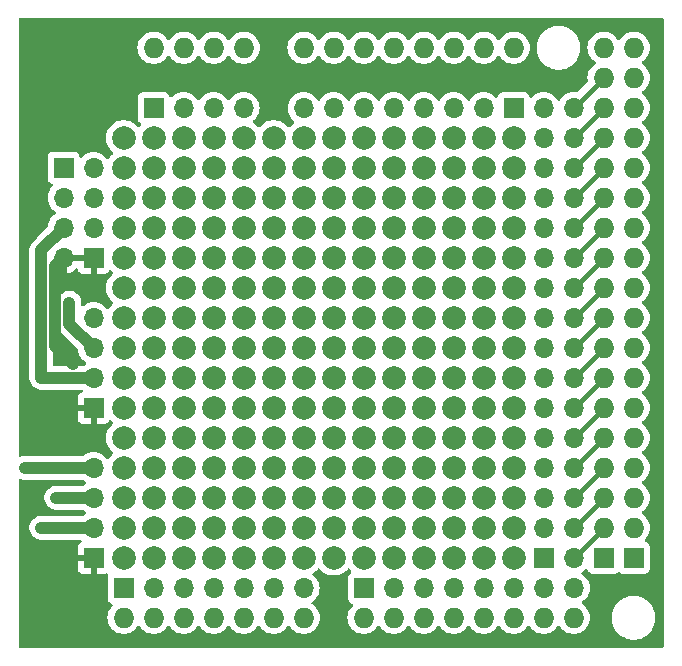
<source format=gbr>
%TF.GenerationSoftware,KiCad,Pcbnew,8.0.4*%
%TF.CreationDate,2025-02-28T20:51:30+01:00*%
%TF.ProjectId,Lochraster,4c6f6368-7261-4737-9465-722e6b696361,rev?*%
%TF.SameCoordinates,Original*%
%TF.FileFunction,Copper,L2,Bot*%
%TF.FilePolarity,Positive*%
%FSLAX46Y46*%
G04 Gerber Fmt 4.6, Leading zero omitted, Abs format (unit mm)*
G04 Created by KiCad (PCBNEW 8.0.4) date 2025-02-28 20:51:30*
%MOMM*%
%LPD*%
G01*
G04 APERTURE LIST*
%TA.AperFunction,WasherPad*%
%ADD10C,2.000000*%
%TD*%
%TA.AperFunction,ComponentPad*%
%ADD11R,1.700000X1.700000*%
%TD*%
%TA.AperFunction,ComponentPad*%
%ADD12O,1.700000X1.700000*%
%TD*%
%TA.AperFunction,ComponentPad*%
%ADD13O,1.727200X1.727200*%
%TD*%
%TA.AperFunction,ComponentPad*%
%ADD14R,1.727200X1.727200*%
%TD*%
%TA.AperFunction,ViaPad*%
%ADD15C,0.800000*%
%TD*%
%TA.AperFunction,Conductor*%
%ADD16C,1.000000*%
%TD*%
%TA.AperFunction,Conductor*%
%ADD17C,0.400000*%
%TD*%
G04 APERTURE END LIST*
D10*
%TO.P,REF\u002A\u002A,*%
%TO.N,*%
X195773000Y-62080000D03*
X195773000Y-64620000D03*
X195773000Y-67160000D03*
X195773000Y-69700000D03*
X195773000Y-72240000D03*
X195773000Y-74780000D03*
X195773000Y-77320000D03*
X195773000Y-79860000D03*
X195773000Y-82400000D03*
X195773000Y-84940000D03*
X195773000Y-87480000D03*
X195773000Y-90020000D03*
X195773000Y-92560000D03*
X195773000Y-95100000D03*
X195773000Y-97640000D03*
%TD*%
D11*
%TO.P,J6,1,Pin_1*%
%TO.N,Net-(J6-Pin_1)*%
X167833000Y-59545000D03*
D12*
%TO.P,J6,2,Pin_2*%
%TO.N,Net-(J6-Pin_2)*%
X170373000Y-59545000D03*
%TO.P,J6,3,Pin_3*%
%TO.N,Net-(J6-Pin_3)*%
X172913000Y-59545000D03*
%TO.P,J6,4,Pin_4*%
%TO.N,Net-(J6-Pin_4)*%
X175453000Y-59545000D03*
%TD*%
D11*
%TO.P,J7,1,Pin_1*%
%TO.N,Net-(J7-Pin_1)*%
X198313000Y-59570000D03*
D12*
%TO.P,J7,2,Pin_2*%
%TO.N,Net-(J7-Pin_2)*%
X195773000Y-59570000D03*
%TO.P,J7,3,Pin_3*%
%TO.N,Net-(J7-Pin_3)*%
X193233000Y-59570000D03*
%TO.P,J7,4,Pin_4*%
%TO.N,Net-(J7-Pin_4)*%
X190693000Y-59570000D03*
%TO.P,J7,5,Pin_5*%
%TO.N,Net-(J7-Pin_5)*%
X188153000Y-59570000D03*
%TO.P,J7,6,Pin_6*%
%TO.N,Net-(J7-Pin_6)*%
X185613000Y-59570000D03*
%TO.P,J7,7,Pin_7*%
%TO.N,Net-(J7-Pin_7)*%
X183073000Y-59570000D03*
%TO.P,J7,8,Pin_8*%
%TO.N,Net-(J7-Pin_8)*%
X180533000Y-59570000D03*
%TD*%
D10*
%TO.P,REF\u002A\u002A,*%
%TO.N,*%
X172913000Y-62080000D03*
X172913000Y-64620000D03*
X172913000Y-67160000D03*
X172913000Y-69700000D03*
X172913000Y-72240000D03*
X172913000Y-74780000D03*
X172913000Y-77320000D03*
X172913000Y-79860000D03*
X172913000Y-82400000D03*
X172913000Y-84940000D03*
X172913000Y-87480000D03*
X172913000Y-90020000D03*
X172913000Y-92560000D03*
X172913000Y-95100000D03*
X172913000Y-97640000D03*
%TD*%
%TO.P,REF\u002A\u002A,*%
%TO.N,*%
X177993000Y-62080000D03*
X177993000Y-64620000D03*
X177993000Y-67160000D03*
X177993000Y-69700000D03*
X177993000Y-72240000D03*
X177993000Y-74780000D03*
X177993000Y-77320000D03*
X177993000Y-79860000D03*
X177993000Y-82400000D03*
X177993000Y-84940000D03*
X177993000Y-87480000D03*
X177993000Y-90020000D03*
X177993000Y-92560000D03*
X177993000Y-95100000D03*
X177993000Y-97640000D03*
%TD*%
%TO.P,REF\u002A\u002A,*%
%TO.N,*%
X167833000Y-62080000D03*
X167833000Y-64620000D03*
X167833000Y-67160000D03*
X167833000Y-69700000D03*
X167833000Y-72240000D03*
X167833000Y-74780000D03*
X167833000Y-77320000D03*
X167833000Y-79860000D03*
X167833000Y-82400000D03*
X167833000Y-84940000D03*
X167833000Y-87480000D03*
X167833000Y-90020000D03*
X167833000Y-92560000D03*
X167833000Y-95100000D03*
X167833000Y-97640000D03*
%TD*%
%TO.P,REF\u002A\u002A,*%
%TO.N,*%
X198313000Y-62080000D03*
X198313000Y-64620000D03*
X198313000Y-67160000D03*
X198313000Y-69700000D03*
X198313000Y-72240000D03*
X198313000Y-74780000D03*
X198313000Y-77320000D03*
X198313000Y-79860000D03*
X198313000Y-82400000D03*
X198313000Y-84940000D03*
X198313000Y-87480000D03*
X198313000Y-90020000D03*
X198313000Y-92560000D03*
X198313000Y-95100000D03*
X198313000Y-97640000D03*
%TD*%
D11*
%TO.P,J2,1,Pin_1*%
%TO.N,Net-(J2-Pin_1)*%
X200853000Y-97670000D03*
D12*
%TO.P,J2,2,Pin_2*%
%TO.N,Net-(J2-Pin_2)*%
X203393000Y-97670000D03*
%TO.P,J2,3,Pin_3*%
%TO.N,Net-(J2-Pin_3)*%
X200853000Y-95130000D03*
%TO.P,J2,4,Pin_4*%
%TO.N,Net-(J2-Pin_4)*%
X203393000Y-95130000D03*
%TO.P,J2,5,Pin_5*%
%TO.N,Net-(J2-Pin_5)*%
X200853000Y-92590000D03*
%TO.P,J2,6,Pin_6*%
%TO.N,Net-(J2-Pin_6)*%
X203393000Y-92590000D03*
%TO.P,J2,7,Pin_7*%
%TO.N,Net-(J2-Pin_7)*%
X200853000Y-90050000D03*
%TO.P,J2,8,Pin_8*%
%TO.N,Net-(J2-Pin_8)*%
X203393000Y-90050000D03*
%TO.P,J2,9,Pin_9*%
%TO.N,Net-(J2-Pin_9)*%
X200853000Y-87510000D03*
%TO.P,J2,10,Pin_10*%
%TO.N,Net-(J2-Pin_10)*%
X203393000Y-87510000D03*
%TO.P,J2,11,Pin_11*%
%TO.N,Net-(J2-Pin_11)*%
X200853000Y-84970000D03*
%TO.P,J2,12,Pin_12*%
%TO.N,Net-(J2-Pin_12)*%
X203393000Y-84970000D03*
%TO.P,J2,13,Pin_13*%
%TO.N,Net-(J2-Pin_13)*%
X200853000Y-82430000D03*
%TO.P,J2,14,Pin_14*%
%TO.N,Net-(J2-Pin_14)*%
X203393000Y-82430000D03*
%TO.P,J2,15,Pin_15*%
%TO.N,Net-(J2-Pin_15)*%
X200853000Y-79890000D03*
%TO.P,J2,16,Pin_16*%
%TO.N,Net-(J2-Pin_16)*%
X203393000Y-79890000D03*
%TO.P,J2,17,Pin_17*%
%TO.N,Net-(J2-Pin_17)*%
X200853000Y-77350000D03*
%TO.P,J2,18,Pin_18*%
%TO.N,Net-(J2-Pin_18)*%
X203393000Y-77350000D03*
%TO.P,J2,19,Pin_19*%
%TO.N,Net-(J2-Pin_19)*%
X200853000Y-74810000D03*
%TO.P,J2,20,Pin_20*%
%TO.N,Net-(J2-Pin_20)*%
X203393000Y-74810000D03*
%TO.P,J2,21,Pin_21*%
%TO.N,Net-(J2-Pin_21)*%
X200853000Y-72270000D03*
%TO.P,J2,22,Pin_22*%
%TO.N,Net-(J2-Pin_22)*%
X203393000Y-72270000D03*
%TO.P,J2,23,Pin_23*%
%TO.N,Net-(J2-Pin_23)*%
X200853000Y-69730000D03*
%TO.P,J2,24,Pin_24*%
%TO.N,Net-(J2-Pin_24)*%
X203393000Y-69730000D03*
%TO.P,J2,25,Pin_25*%
%TO.N,Net-(J2-Pin_25)*%
X200853000Y-67190000D03*
%TO.P,J2,26,Pin_26*%
%TO.N,Net-(J2-Pin_26)*%
X203393000Y-67190000D03*
%TO.P,J2,27,Pin_27*%
%TO.N,Net-(J2-Pin_27)*%
X200853000Y-64650000D03*
%TO.P,J2,28,Pin_28*%
%TO.N,Net-(J2-Pin_28)*%
X203393000Y-64650000D03*
%TO.P,J2,29,Pin_29*%
%TO.N,Net-(J2-Pin_29)*%
X200853000Y-62110000D03*
%TO.P,J2,30,Pin_30*%
%TO.N,Net-(J2-Pin_30)*%
X203393000Y-62110000D03*
%TO.P,J2,31,Pin_31*%
%TO.N,Net-(J2-Pin_31)*%
X200853000Y-59570000D03*
%TO.P,J2,32,Pin_32*%
%TO.N,Net-(J2-Pin_32)*%
X203393000Y-59570000D03*
%TD*%
D10*
%TO.P,REF\u002A\u002A,*%
%TO.N,*%
X193233000Y-62080000D03*
X193233000Y-64620000D03*
X193233000Y-67160000D03*
X193233000Y-69700000D03*
X193233000Y-72240000D03*
X193233000Y-74780000D03*
X193233000Y-77320000D03*
X193233000Y-79860000D03*
X193233000Y-82400000D03*
X193233000Y-84940000D03*
X193233000Y-87480000D03*
X193233000Y-90020000D03*
X193233000Y-92560000D03*
X193233000Y-95100000D03*
X193233000Y-97640000D03*
%TD*%
D11*
%TO.P,J8,1,Pin_1*%
%TO.N,Net-(J1-Pin_4)*%
X162753000Y-97670000D03*
D12*
%TO.P,J8,2,Pin_2*%
%TO.N,Net-(J1-Pin_3)*%
X162753000Y-95130000D03*
%TO.P,J8,3,Pin_3*%
%TO.N,Net-(J1-Pin_2)*%
X162753000Y-92590000D03*
%TO.P,J8,4,Pin_4*%
%TO.N,Net-(J1-Pin_1)*%
X162753000Y-90050000D03*
%TD*%
D11*
%TO.P,J5,1,Pin_1*%
%TO.N,Net-(J5-Pin_1)*%
X185628000Y-100185000D03*
D12*
%TO.P,J5,2,Pin_2*%
%TO.N,Net-(J5-Pin_2)*%
X188168000Y-100185000D03*
%TO.P,J5,3,Pin_3*%
%TO.N,Net-(J5-Pin_3)*%
X190708000Y-100185000D03*
%TO.P,J5,4,Pin_4*%
%TO.N,Net-(J5-Pin_4)*%
X193248000Y-100185000D03*
%TO.P,J5,5,Pin_5*%
%TO.N,Net-(J5-Pin_5)*%
X195788000Y-100185000D03*
%TO.P,J5,6,Pin_6*%
%TO.N,Net-(J5-Pin_6)*%
X198328000Y-100185000D03*
%TO.P,J5,7,Pin_7*%
%TO.N,Net-(J5-Pin_7)*%
X200868000Y-100185000D03*
%TO.P,J5,8,Pin_8*%
%TO.N,Net-(J5-Pin_8)*%
X203408000Y-100185000D03*
%TD*%
D10*
%TO.P,REF\u002A\u002A,*%
%TO.N,*%
X188153000Y-62080000D03*
X188153000Y-64620000D03*
X188153000Y-67160000D03*
X188153000Y-69700000D03*
X188153000Y-72240000D03*
X188153000Y-74780000D03*
X188153000Y-77320000D03*
X188153000Y-79860000D03*
X188153000Y-82400000D03*
X188153000Y-84940000D03*
X188153000Y-87480000D03*
X188153000Y-90020000D03*
X188153000Y-92560000D03*
X188153000Y-95100000D03*
X188153000Y-97640000D03*
%TD*%
%TO.P,REF\u002A\u002A,*%
%TO.N,*%
X165293000Y-62080000D03*
X165293000Y-64620000D03*
X165293000Y-67160000D03*
X165293000Y-69700000D03*
X165293000Y-72240000D03*
X165293000Y-74780000D03*
X165293000Y-77320000D03*
X165293000Y-79860000D03*
X165293000Y-82400000D03*
X165293000Y-84940000D03*
X165293000Y-87480000D03*
X165293000Y-90020000D03*
X165293000Y-92560000D03*
X165293000Y-95100000D03*
X165293000Y-97640000D03*
%TD*%
D11*
%TO.P,J4,1,Pin_1*%
%TO.N,Net-(J4-Pin_1)*%
X165293000Y-100210000D03*
D12*
%TO.P,J4,2,Pin_2*%
%TO.N,Net-(J4-Pin_2)*%
X167833000Y-100210000D03*
%TO.P,J4,3,Pin_3*%
%TO.N,Net-(J4-Pin_3)*%
X170373000Y-100210000D03*
%TO.P,J4,4,Pin_4*%
%TO.N,Net-(J4-Pin_4)*%
X172913000Y-100210000D03*
%TO.P,J4,5,Pin_5*%
%TO.N,Net-(J4-Pin_5)*%
X175453000Y-100210000D03*
%TO.P,J4,6,Pin_6*%
%TO.N,Net-(J4-Pin_6)*%
X177993000Y-100210000D03*
%TO.P,J4,7,Pin_7*%
%TO.N,Net-(J4-Pin_7)*%
X180533000Y-100210000D03*
%TD*%
D11*
%TO.P,J9,1,Pin_1*%
%TO.N,Net-(J1-Pin_4)*%
X162753000Y-84970000D03*
D12*
%TO.P,J9,2,Pin_2*%
%TO.N,Net-(J1-Pin_3)*%
X162753000Y-82430000D03*
%TO.P,J9,3,Pin_3*%
%TO.N,Net-(J1-Pin_2)*%
X162753000Y-79890000D03*
%TO.P,J9,4,Pin_4*%
%TO.N,Net-(J1-Pin_1)*%
X162753000Y-77350000D03*
%TD*%
D10*
%TO.P,REF\u002A\u002A,*%
%TO.N,*%
X190693000Y-62080000D03*
X190693000Y-64620000D03*
X190693000Y-67160000D03*
X190693000Y-69700000D03*
X190693000Y-72240000D03*
X190693000Y-74780000D03*
X190693000Y-77320000D03*
X190693000Y-79860000D03*
X190693000Y-82400000D03*
X190693000Y-84940000D03*
X190693000Y-87480000D03*
X190693000Y-90020000D03*
X190693000Y-92560000D03*
X190693000Y-95100000D03*
X190693000Y-97640000D03*
%TD*%
%TO.P,REF\u002A\u002A,*%
%TO.N,*%
X170373000Y-62080000D03*
X170373000Y-64620000D03*
X170373000Y-67160000D03*
X170373000Y-69700000D03*
X170373000Y-72240000D03*
X170373000Y-74780000D03*
X170373000Y-77320000D03*
X170373000Y-79860000D03*
X170373000Y-82400000D03*
X170373000Y-84940000D03*
X170373000Y-87480000D03*
X170373000Y-90020000D03*
X170373000Y-92560000D03*
X170373000Y-95100000D03*
X170373000Y-97640000D03*
%TD*%
D11*
%TO.P,J1,1,Pin_1*%
%TO.N,Net-(J1-Pin_1)*%
X160213000Y-64620000D03*
D12*
%TO.P,J1,2,Pin_2*%
%TO.N,Net-(J1-Pin_2)*%
X160213000Y-67160000D03*
%TO.P,J1,3,Pin_3*%
%TO.N,Net-(J1-Pin_3)*%
X160213000Y-69700000D03*
%TO.P,J1,4,Pin_4*%
%TO.N,Net-(J1-Pin_4)*%
X160213000Y-72240000D03*
%TD*%
D10*
%TO.P,REF\u002A\u002A,*%
%TO.N,*%
X185613000Y-62080000D03*
X185613000Y-64620000D03*
X185613000Y-67160000D03*
X185613000Y-69700000D03*
X185613000Y-72240000D03*
X185613000Y-74780000D03*
X185613000Y-77320000D03*
X185613000Y-79860000D03*
X185613000Y-82400000D03*
X185613000Y-84940000D03*
X185613000Y-87480000D03*
X185613000Y-90020000D03*
X185613000Y-92560000D03*
X185613000Y-95100000D03*
X185613000Y-97640000D03*
%TD*%
%TO.P,REF\u002A\u002A,*%
%TO.N,*%
X180533000Y-62080000D03*
X180533000Y-64620000D03*
X180533000Y-67160000D03*
X180533000Y-69700000D03*
X180533000Y-72240000D03*
X180533000Y-74780000D03*
X180533000Y-77320000D03*
X180533000Y-79860000D03*
X180533000Y-82400000D03*
X180533000Y-84940000D03*
X180533000Y-87480000D03*
X180533000Y-90020000D03*
X180533000Y-92560000D03*
X180533000Y-95100000D03*
X180533000Y-97640000D03*
%TD*%
D11*
%TO.P,J3,1,Pin_1*%
%TO.N,Net-(J1-Pin_4)*%
X162753000Y-72270000D03*
D12*
%TO.P,J3,2,Pin_2*%
%TO.N,Net-(J1-Pin_3)*%
X162753000Y-69730000D03*
%TO.P,J3,3,Pin_3*%
%TO.N,Net-(J1-Pin_2)*%
X162753000Y-67190000D03*
%TO.P,J3,4,Pin_4*%
%TO.N,Net-(J1-Pin_1)*%
X162753000Y-64650000D03*
%TD*%
D13*
%TO.P,XA1,5V3,5V*%
%TO.N,unconnected-(XA1-5V-Pad5V3)*%
X205933000Y-54460000D03*
%TO.P,XA1,5V4,5V*%
%TO.N,unconnected-(XA1-5V-Pad5V4)*%
X208473000Y-54460000D03*
%TO.P,XA1,A1,A1*%
%TO.N,Net-(J4-Pin_1)*%
X165293000Y-102720000D03*
%TO.P,XA1,A2,A2*%
%TO.N,Net-(J4-Pin_2)*%
X167833000Y-102720000D03*
%TO.P,XA1,A3,A3*%
%TO.N,Net-(J4-Pin_3)*%
X170373000Y-102720000D03*
%TO.P,XA1,A4,A4*%
%TO.N,Net-(J4-Pin_4)*%
X172913000Y-102720000D03*
%TO.P,XA1,A5,A5*%
%TO.N,Net-(J4-Pin_5)*%
X175453000Y-102720000D03*
%TO.P,XA1,A6,A6*%
%TO.N,Net-(J4-Pin_6)*%
X177993000Y-102720000D03*
%TO.P,XA1,A7,A7*%
%TO.N,Net-(J4-Pin_7)*%
X180533000Y-102720000D03*
%TO.P,XA1,A8,A8*%
%TO.N,Net-(J5-Pin_1)*%
X185613000Y-102720000D03*
%TO.P,XA1,A9,A9*%
%TO.N,Net-(J5-Pin_2)*%
X188153000Y-102720000D03*
%TO.P,XA1,A10,A10*%
%TO.N,Net-(J5-Pin_3)*%
X190693000Y-102720000D03*
%TO.P,XA1,A11,A11*%
%TO.N,Net-(J5-Pin_4)*%
X193233000Y-102720000D03*
%TO.P,XA1,A12,A12*%
%TO.N,Net-(J5-Pin_5)*%
X195773000Y-102720000D03*
%TO.P,XA1,A13,A13*%
%TO.N,Net-(J5-Pin_6)*%
X198313000Y-102720000D03*
%TO.P,XA1,A14,A14*%
%TO.N,Net-(J5-Pin_7)*%
X200853000Y-102720000D03*
%TO.P,XA1,A15,A15*%
%TO.N,Net-(J5-Pin_8)*%
X203393000Y-102720000D03*
%TO.P,XA1,D0,D0/RX0*%
%TO.N,Net-(J6-Pin_4)*%
X175453000Y-54460000D03*
%TO.P,XA1,D1,D1/TX0*%
%TO.N,Net-(J6-Pin_3)*%
X172913000Y-54460000D03*
%TO.P,XA1,D2,D2_INT0*%
%TO.N,Net-(J6-Pin_2)*%
X170373000Y-54460000D03*
%TO.P,XA1,D3,D3_INT1*%
%TO.N,Net-(J6-Pin_1)*%
X167833000Y-54460000D03*
%TO.P,XA1,D14,D14/TX3*%
%TO.N,Net-(J7-Pin_8)*%
X180533000Y-54460000D03*
%TO.P,XA1,D15,D15/RX3*%
%TO.N,Net-(J7-Pin_7)*%
X183073000Y-54460000D03*
%TO.P,XA1,D16,D16/TX2*%
%TO.N,Net-(J7-Pin_6)*%
X185613000Y-54460000D03*
%TO.P,XA1,D17,D17/RX2*%
%TO.N,Net-(J7-Pin_5)*%
X188153000Y-54460000D03*
%TO.P,XA1,D18,D18/TX1*%
%TO.N,Net-(J7-Pin_4)*%
X190693000Y-54460000D03*
%TO.P,XA1,D19,D19/RX1*%
%TO.N,Net-(J7-Pin_3)*%
X193233000Y-54460000D03*
%TO.P,XA1,D20,D20/SDA*%
%TO.N,Net-(J7-Pin_2)*%
X195773000Y-54460000D03*
%TO.P,XA1,D21,D21/SCL*%
%TO.N,Net-(J7-Pin_1)*%
X198313000Y-54460000D03*
%TO.P,XA1,D22,D22*%
%TO.N,Net-(J2-Pin_32)*%
X205933000Y-57000000D03*
%TO.P,XA1,D23,D23*%
%TO.N,Net-(J2-Pin_31)*%
X208473000Y-57000000D03*
%TO.P,XA1,D24,D24*%
%TO.N,Net-(J2-Pin_30)*%
X205933000Y-59540000D03*
%TO.P,XA1,D25,D25*%
%TO.N,Net-(J2-Pin_29)*%
X208473000Y-59540000D03*
%TO.P,XA1,D26,D26*%
%TO.N,Net-(J2-Pin_28)*%
X205933000Y-62080000D03*
%TO.P,XA1,D27,D27*%
%TO.N,Net-(J2-Pin_27)*%
X208473000Y-62080000D03*
%TO.P,XA1,D28,D28*%
%TO.N,Net-(J2-Pin_26)*%
X205933000Y-64620000D03*
%TO.P,XA1,D29,D29*%
%TO.N,Net-(J2-Pin_25)*%
X208473000Y-64620000D03*
%TO.P,XA1,D30,D30*%
%TO.N,Net-(J2-Pin_24)*%
X205933000Y-67160000D03*
%TO.P,XA1,D31,D31*%
%TO.N,Net-(J2-Pin_23)*%
X208473000Y-67160000D03*
%TO.P,XA1,D32,D32*%
%TO.N,Net-(J2-Pin_22)*%
X205933000Y-69700000D03*
%TO.P,XA1,D33,D33*%
%TO.N,Net-(J2-Pin_21)*%
X208473000Y-69700000D03*
%TO.P,XA1,D34,D34*%
%TO.N,Net-(J2-Pin_20)*%
X205933000Y-72240000D03*
%TO.P,XA1,D35,D35*%
%TO.N,Net-(J2-Pin_19)*%
X208473000Y-72240000D03*
%TO.P,XA1,D36,D36*%
%TO.N,Net-(J2-Pin_18)*%
X205933000Y-74780000D03*
%TO.P,XA1,D37,D37*%
%TO.N,Net-(J2-Pin_17)*%
X208473000Y-74780000D03*
%TO.P,XA1,D38,D38*%
%TO.N,Net-(J2-Pin_16)*%
X205933000Y-77320000D03*
%TO.P,XA1,D39,D39*%
%TO.N,Net-(J2-Pin_15)*%
X208473000Y-77320000D03*
%TO.P,XA1,D40,D40*%
%TO.N,Net-(J2-Pin_14)*%
X205933000Y-79860000D03*
%TO.P,XA1,D41,D41*%
%TO.N,Net-(J2-Pin_13)*%
X208473000Y-79860000D03*
%TO.P,XA1,D42,D42*%
%TO.N,Net-(J2-Pin_12)*%
X205933000Y-82400000D03*
%TO.P,XA1,D43,D43*%
%TO.N,Net-(J2-Pin_11)*%
X208473000Y-82400000D03*
%TO.P,XA1,D44,D44*%
%TO.N,Net-(J2-Pin_10)*%
X205933000Y-84940000D03*
%TO.P,XA1,D45,D45*%
%TO.N,Net-(J2-Pin_9)*%
X208473000Y-84940000D03*
%TO.P,XA1,D46,D46*%
%TO.N,Net-(J2-Pin_8)*%
X205933000Y-87480000D03*
%TO.P,XA1,D47,D47*%
%TO.N,Net-(J2-Pin_7)*%
X208473000Y-87480000D03*
%TO.P,XA1,D48,D48*%
%TO.N,Net-(J2-Pin_6)*%
X205933000Y-90020000D03*
%TO.P,XA1,D49,D49*%
%TO.N,Net-(J2-Pin_5)*%
X208473000Y-90020000D03*
%TO.P,XA1,D50,D50_MISO*%
%TO.N,Net-(J2-Pin_4)*%
X205933000Y-92560000D03*
%TO.P,XA1,D51,D51_MOSI*%
%TO.N,Net-(J2-Pin_3)*%
X208473000Y-92560000D03*
%TO.P,XA1,D52,D52_SCK*%
%TO.N,Net-(J2-Pin_2)*%
X205933000Y-95100000D03*
%TO.P,XA1,D53,D53_CS*%
%TO.N,Net-(J2-Pin_1)*%
X208473000Y-95100000D03*
D14*
%TO.P,XA1,GND5,GND*%
%TO.N,unconnected-(XA1-GND-PadGND5)*%
X205933000Y-97640000D03*
%TO.P,XA1,GND6,GND*%
%TO.N,unconnected-(XA1-GND-PadGND6)*%
X208473000Y-97640000D03*
%TD*%
D10*
%TO.P,REF\u002A\u002A,*%
%TO.N,*%
X175453000Y-62080000D03*
X175453000Y-64620000D03*
X175453000Y-67160000D03*
X175453000Y-69700000D03*
X175453000Y-72240000D03*
X175453000Y-74780000D03*
X175453000Y-77320000D03*
X175453000Y-79860000D03*
X175453000Y-82400000D03*
X175453000Y-84940000D03*
X175453000Y-87480000D03*
X175453000Y-90020000D03*
X175453000Y-92560000D03*
X175453000Y-95100000D03*
X175453000Y-97640000D03*
%TD*%
%TO.P,REF\u002A\u002A,*%
%TO.N,*%
X183073000Y-62080000D03*
X183073000Y-64620000D03*
X183073000Y-67160000D03*
X183073000Y-69700000D03*
X183073000Y-72240000D03*
X183073000Y-74780000D03*
X183073000Y-77320000D03*
X183073000Y-79860000D03*
X183073000Y-82400000D03*
X183073000Y-84940000D03*
X183073000Y-87480000D03*
X183073000Y-90020000D03*
X183073000Y-92560000D03*
X183073000Y-95100000D03*
X183073000Y-97640000D03*
%TD*%
D15*
%TO.N,Net-(J1-Pin_1)*%
X156933000Y-90050000D03*
%TO.N,Net-(J1-Pin_2)*%
X159578000Y-92560000D03*
X160707001Y-76050000D03*
%TO.N,Net-(J1-Pin_3)*%
X158308000Y-95100000D03*
X158307502Y-82400000D03*
%TO.N,Net-(J1-Pin_4)*%
X157927000Y-63096000D03*
X160990676Y-81200500D03*
%TD*%
D16*
%TO.N,Net-(J1-Pin_1)*%
X162753000Y-90050000D02*
X156933000Y-90050000D01*
X156903000Y-90020000D02*
X156933000Y-90050000D01*
%TO.N,Net-(J1-Pin_2)*%
X159608000Y-92590000D02*
X159578000Y-92560000D01*
X162753000Y-79890000D02*
X160707001Y-77844001D01*
X160707001Y-77844001D02*
X160707001Y-76050000D01*
X162753000Y-92590000D02*
X159608000Y-92590000D01*
%TO.N,Net-(J1-Pin_3)*%
X162723000Y-82400000D02*
X158307502Y-82400000D01*
X160213000Y-69700000D02*
X158307501Y-71605499D01*
X162753000Y-95130000D02*
X158338000Y-95130000D01*
X162753000Y-82430000D02*
X162723000Y-82400000D01*
X158307501Y-71605499D02*
X158307502Y-82400000D01*
X158338000Y-95130000D02*
X158308000Y-95100000D01*
%TO.N,Net-(J1-Pin_4)*%
X159507501Y-72945499D02*
X159507501Y-79717325D01*
X160213000Y-72240000D02*
X159507501Y-72945499D01*
X159507501Y-79717325D02*
X160990676Y-81200500D01*
D17*
%TO.N,Net-(J2-Pin_2)*%
X203393000Y-97670000D02*
X203393000Y-97640000D01*
X203393000Y-97640000D02*
X205933000Y-95100000D01*
%TO.N,Net-(J2-Pin_4)*%
X203393000Y-95100000D02*
X205933000Y-92560000D01*
X203393000Y-95130000D02*
X203393000Y-95100000D01*
%TO.N,Net-(J2-Pin_6)*%
X203393000Y-92560000D02*
X205933000Y-90020000D01*
X203393000Y-92590000D02*
X203393000Y-92560000D01*
%TO.N,Net-(J2-Pin_8)*%
X203393000Y-90020000D02*
X205933000Y-87480000D01*
X203393000Y-90050000D02*
X203393000Y-90020000D01*
%TO.N,Net-(J2-Pin_10)*%
X203393000Y-87510000D02*
X203393000Y-87480000D01*
X203393000Y-87480000D02*
X205933000Y-84940000D01*
%TO.N,Net-(J2-Pin_12)*%
X203393000Y-84970000D02*
X203393000Y-84940000D01*
X203393000Y-84940000D02*
X205933000Y-82400000D01*
%TO.N,Net-(J2-Pin_14)*%
X203393000Y-82400000D02*
X205933000Y-79860000D01*
X203393000Y-82430000D02*
X203393000Y-82400000D01*
%TO.N,Net-(J2-Pin_16)*%
X203393000Y-79860000D02*
X205933000Y-77320000D01*
X203393000Y-79890000D02*
X203393000Y-79860000D01*
%TO.N,Net-(J2-Pin_18)*%
X203393000Y-77350000D02*
X203393000Y-77320000D01*
X203393000Y-77320000D02*
X205933000Y-74780000D01*
%TO.N,Net-(J2-Pin_20)*%
X203393000Y-74810000D02*
X203393000Y-74780000D01*
X203393000Y-74780000D02*
X205933000Y-72240000D01*
%TO.N,Net-(J2-Pin_22)*%
X203393000Y-72240000D02*
X205933000Y-69700000D01*
X203393000Y-72270000D02*
X203393000Y-72240000D01*
%TO.N,Net-(J2-Pin_24)*%
X203393000Y-69730000D02*
X203393000Y-69700000D01*
X203393000Y-69700000D02*
X205933000Y-67160000D01*
%TO.N,Net-(J2-Pin_26)*%
X203393000Y-67160000D02*
X205933000Y-64620000D01*
X203393000Y-67190000D02*
X203393000Y-67160000D01*
%TO.N,Net-(J2-Pin_28)*%
X205933000Y-62110000D02*
X205933000Y-62080000D01*
X203393000Y-64650000D02*
X205933000Y-62110000D01*
%TO.N,Net-(J2-Pin_30)*%
X203393000Y-62110000D02*
X203393000Y-62080000D01*
X203393000Y-62080000D02*
X205933000Y-59540000D01*
%TO.N,Net-(J2-Pin_32)*%
X203393000Y-59540000D02*
X205933000Y-57000000D01*
X203393000Y-59570000D02*
X203393000Y-59540000D01*
%TD*%
%TA.AperFunction,Conductor*%
%TO.N,Net-(J1-Pin_4)*%
G36*
X210956039Y-51939685D02*
G01*
X211001794Y-51992489D01*
X211013000Y-52044000D01*
X211013000Y-105136000D01*
X210993315Y-105203039D01*
X210940511Y-105248794D01*
X210889000Y-105260000D01*
X156527000Y-105260000D01*
X156459961Y-105240315D01*
X156414206Y-105187511D01*
X156403000Y-105136000D01*
X156403000Y-91098978D01*
X156422685Y-91031939D01*
X156475489Y-90986184D01*
X156544647Y-90976240D01*
X156574450Y-90984417D01*
X156605992Y-90997482D01*
X156641158Y-91012049D01*
X156641160Y-91012049D01*
X156641164Y-91012051D01*
X156834454Y-91050499D01*
X156834457Y-91050500D01*
X156834459Y-91050500D01*
X157031540Y-91050500D01*
X161792242Y-91050500D01*
X161859281Y-91070185D01*
X161879923Y-91086819D01*
X161881597Y-91088493D01*
X161881603Y-91088498D01*
X162067158Y-91218425D01*
X162110783Y-91273002D01*
X162117977Y-91342500D01*
X162086454Y-91404855D01*
X162067158Y-91421575D01*
X161881597Y-91551505D01*
X161879922Y-91553181D01*
X161879000Y-91553684D01*
X161877449Y-91554986D01*
X161877187Y-91554674D01*
X161818599Y-91586666D01*
X161792241Y-91589500D01*
X159839571Y-91589500D01*
X159815380Y-91587117D01*
X159773472Y-91578781D01*
X159676542Y-91559500D01*
X159676540Y-91559500D01*
X159479460Y-91559500D01*
X159479457Y-91559500D01*
X159286171Y-91597947D01*
X159286163Y-91597949D01*
X159104089Y-91673367D01*
X159104079Y-91673372D01*
X158940219Y-91782860D01*
X158940215Y-91782863D01*
X158800863Y-91922215D01*
X158800860Y-91922219D01*
X158691372Y-92086079D01*
X158691367Y-92086089D01*
X158615949Y-92268163D01*
X158615947Y-92268171D01*
X158577500Y-92461455D01*
X158577500Y-92658544D01*
X158615947Y-92851828D01*
X158615949Y-92851836D01*
X158691367Y-93033910D01*
X158691372Y-93033920D01*
X158800859Y-93197779D01*
X158800860Y-93197780D01*
X158800861Y-93197781D01*
X158826529Y-93223449D01*
X158826548Y-93223470D01*
X158970217Y-93367139D01*
X159107696Y-93458999D01*
X159134086Y-93476632D01*
X159240745Y-93520811D01*
X159316164Y-93552051D01*
X159509454Y-93590499D01*
X159509457Y-93590500D01*
X159509459Y-93590500D01*
X161792242Y-93590500D01*
X161859281Y-93610185D01*
X161879923Y-93626819D01*
X161881597Y-93628493D01*
X161881603Y-93628498D01*
X162067158Y-93758425D01*
X162110783Y-93813002D01*
X162117977Y-93882500D01*
X162086454Y-93944855D01*
X162067158Y-93961575D01*
X161881597Y-94091505D01*
X161879922Y-94093181D01*
X161879000Y-94093684D01*
X161877449Y-94094986D01*
X161877187Y-94094674D01*
X161818599Y-94126666D01*
X161792241Y-94129500D01*
X158569571Y-94129500D01*
X158545380Y-94127117D01*
X158503472Y-94118781D01*
X158406542Y-94099500D01*
X158406540Y-94099500D01*
X158209460Y-94099500D01*
X158209457Y-94099500D01*
X158016171Y-94137947D01*
X158016163Y-94137949D01*
X157834089Y-94213367D01*
X157834079Y-94213372D01*
X157670219Y-94322860D01*
X157670215Y-94322863D01*
X157530863Y-94462215D01*
X157530860Y-94462219D01*
X157421372Y-94626079D01*
X157421367Y-94626089D01*
X157345949Y-94808163D01*
X157345947Y-94808171D01*
X157307500Y-95001455D01*
X157307500Y-95198544D01*
X157345947Y-95391828D01*
X157345949Y-95391836D01*
X157421367Y-95573910D01*
X157421372Y-95573920D01*
X157530859Y-95737779D01*
X157530860Y-95737780D01*
X157530861Y-95737781D01*
X157556529Y-95763449D01*
X157556548Y-95763470D01*
X157700217Y-95907139D01*
X157837696Y-95998999D01*
X157864086Y-96016632D01*
X157970745Y-96060811D01*
X158046164Y-96092051D01*
X158203388Y-96123325D01*
X158239454Y-96130499D01*
X158239457Y-96130500D01*
X158239459Y-96130500D01*
X158436540Y-96130500D01*
X161633570Y-96130500D01*
X161700609Y-96150185D01*
X161746364Y-96202989D01*
X161756308Y-96272147D01*
X161727283Y-96335703D01*
X161676903Y-96370682D01*
X161660913Y-96376645D01*
X161660906Y-96376649D01*
X161545812Y-96462809D01*
X161545809Y-96462812D01*
X161459649Y-96577906D01*
X161459645Y-96577913D01*
X161409403Y-96712620D01*
X161409401Y-96712627D01*
X161403000Y-96772155D01*
X161403000Y-97420000D01*
X162319988Y-97420000D01*
X162287075Y-97477007D01*
X162253000Y-97604174D01*
X162253000Y-97735826D01*
X162287075Y-97862993D01*
X162319988Y-97920000D01*
X161403000Y-97920000D01*
X161403000Y-98567844D01*
X161409401Y-98627372D01*
X161409403Y-98627379D01*
X161459645Y-98762086D01*
X161459649Y-98762093D01*
X161545809Y-98877187D01*
X161545812Y-98877190D01*
X161660906Y-98963350D01*
X161660913Y-98963354D01*
X161795620Y-99013596D01*
X161795627Y-99013598D01*
X161855155Y-99019999D01*
X161855172Y-99020000D01*
X162503000Y-99020000D01*
X162503000Y-98103012D01*
X162560007Y-98135925D01*
X162687174Y-98170000D01*
X162818826Y-98170000D01*
X162945993Y-98135925D01*
X163003000Y-98103012D01*
X163003000Y-99020000D01*
X163650828Y-99020000D01*
X163650844Y-99019999D01*
X163710372Y-99013598D01*
X163710379Y-99013596D01*
X163836563Y-98966533D01*
X163906254Y-98961549D01*
X163967577Y-98995034D01*
X164001062Y-99056357D01*
X163996078Y-99126048D01*
X163948908Y-99252516D01*
X163942501Y-99312116D01*
X163942500Y-99312135D01*
X163942500Y-101107870D01*
X163942501Y-101107876D01*
X163948908Y-101167483D01*
X163999202Y-101302328D01*
X163999206Y-101302335D01*
X164085452Y-101417544D01*
X164085455Y-101417547D01*
X164200664Y-101503793D01*
X164200673Y-101503798D01*
X164294219Y-101538688D01*
X164350153Y-101580559D01*
X164374571Y-101646023D01*
X164359720Y-101714296D01*
X164342117Y-101738853D01*
X164212845Y-101879279D01*
X164212842Y-101879283D01*
X164089198Y-102068533D01*
X163998388Y-102275560D01*
X163942892Y-102494710D01*
X163924225Y-102719993D01*
X163924225Y-102720006D01*
X163942892Y-102945289D01*
X163998388Y-103164439D01*
X164089198Y-103371466D01*
X164212842Y-103560716D01*
X164212850Y-103560727D01*
X164365950Y-103727036D01*
X164365954Y-103727040D01*
X164544351Y-103865893D01*
X164743169Y-103973488D01*
X164743172Y-103973489D01*
X164956982Y-104046890D01*
X164956984Y-104046890D01*
X164956986Y-104046891D01*
X165179967Y-104084100D01*
X165179968Y-104084100D01*
X165406032Y-104084100D01*
X165406033Y-104084100D01*
X165629014Y-104046891D01*
X165842831Y-103973488D01*
X166041649Y-103865893D01*
X166220046Y-103727040D01*
X166373156Y-103560719D01*
X166459193Y-103429028D01*
X166512338Y-103383675D01*
X166581569Y-103374251D01*
X166644905Y-103403753D01*
X166666804Y-103429025D01*
X166752844Y-103560719D01*
X166752849Y-103560724D01*
X166752850Y-103560727D01*
X166905950Y-103727036D01*
X166905954Y-103727040D01*
X167084351Y-103865893D01*
X167283169Y-103973488D01*
X167283172Y-103973489D01*
X167496982Y-104046890D01*
X167496984Y-104046890D01*
X167496986Y-104046891D01*
X167719967Y-104084100D01*
X167719968Y-104084100D01*
X167946032Y-104084100D01*
X167946033Y-104084100D01*
X168169014Y-104046891D01*
X168382831Y-103973488D01*
X168581649Y-103865893D01*
X168760046Y-103727040D01*
X168913156Y-103560719D01*
X168999193Y-103429028D01*
X169052338Y-103383675D01*
X169121569Y-103374251D01*
X169184905Y-103403753D01*
X169206804Y-103429025D01*
X169292844Y-103560719D01*
X169292849Y-103560724D01*
X169292850Y-103560727D01*
X169445950Y-103727036D01*
X169445954Y-103727040D01*
X169624351Y-103865893D01*
X169823169Y-103973488D01*
X169823172Y-103973489D01*
X170036982Y-104046890D01*
X170036984Y-104046890D01*
X170036986Y-104046891D01*
X170259967Y-104084100D01*
X170259968Y-104084100D01*
X170486032Y-104084100D01*
X170486033Y-104084100D01*
X170709014Y-104046891D01*
X170922831Y-103973488D01*
X171121649Y-103865893D01*
X171300046Y-103727040D01*
X171453156Y-103560719D01*
X171539193Y-103429028D01*
X171592338Y-103383675D01*
X171661569Y-103374251D01*
X171724905Y-103403753D01*
X171746804Y-103429025D01*
X171832844Y-103560719D01*
X171832849Y-103560724D01*
X171832850Y-103560727D01*
X171985950Y-103727036D01*
X171985954Y-103727040D01*
X172164351Y-103865893D01*
X172363169Y-103973488D01*
X172363172Y-103973489D01*
X172576982Y-104046890D01*
X172576984Y-104046890D01*
X172576986Y-104046891D01*
X172799967Y-104084100D01*
X172799968Y-104084100D01*
X173026032Y-104084100D01*
X173026033Y-104084100D01*
X173249014Y-104046891D01*
X173462831Y-103973488D01*
X173661649Y-103865893D01*
X173840046Y-103727040D01*
X173993156Y-103560719D01*
X174079193Y-103429028D01*
X174132338Y-103383675D01*
X174201569Y-103374251D01*
X174264905Y-103403753D01*
X174286804Y-103429025D01*
X174372844Y-103560719D01*
X174372849Y-103560724D01*
X174372850Y-103560727D01*
X174525950Y-103727036D01*
X174525954Y-103727040D01*
X174704351Y-103865893D01*
X174903169Y-103973488D01*
X174903172Y-103973489D01*
X175116982Y-104046890D01*
X175116984Y-104046890D01*
X175116986Y-104046891D01*
X175339967Y-104084100D01*
X175339968Y-104084100D01*
X175566032Y-104084100D01*
X175566033Y-104084100D01*
X175789014Y-104046891D01*
X176002831Y-103973488D01*
X176201649Y-103865893D01*
X176380046Y-103727040D01*
X176533156Y-103560719D01*
X176619193Y-103429028D01*
X176672338Y-103383675D01*
X176741569Y-103374251D01*
X176804905Y-103403753D01*
X176826804Y-103429025D01*
X176912844Y-103560719D01*
X176912849Y-103560724D01*
X176912850Y-103560727D01*
X177065950Y-103727036D01*
X177065954Y-103727040D01*
X177244351Y-103865893D01*
X177443169Y-103973488D01*
X177443172Y-103973489D01*
X177656982Y-104046890D01*
X177656984Y-104046890D01*
X177656986Y-104046891D01*
X177879967Y-104084100D01*
X177879968Y-104084100D01*
X178106032Y-104084100D01*
X178106033Y-104084100D01*
X178329014Y-104046891D01*
X178542831Y-103973488D01*
X178741649Y-103865893D01*
X178920046Y-103727040D01*
X179073156Y-103560719D01*
X179159193Y-103429028D01*
X179212338Y-103383675D01*
X179281569Y-103374251D01*
X179344905Y-103403753D01*
X179366804Y-103429025D01*
X179452844Y-103560719D01*
X179452849Y-103560724D01*
X179452850Y-103560727D01*
X179605950Y-103727036D01*
X179605954Y-103727040D01*
X179784351Y-103865893D01*
X179983169Y-103973488D01*
X179983172Y-103973489D01*
X180196982Y-104046890D01*
X180196984Y-104046890D01*
X180196986Y-104046891D01*
X180419967Y-104084100D01*
X180419968Y-104084100D01*
X180646032Y-104084100D01*
X180646033Y-104084100D01*
X180869014Y-104046891D01*
X181082831Y-103973488D01*
X181281649Y-103865893D01*
X181460046Y-103727040D01*
X181613156Y-103560719D01*
X181736802Y-103371465D01*
X181827611Y-103164441D01*
X181883107Y-102945293D01*
X181901775Y-102720000D01*
X181901775Y-102719993D01*
X181883107Y-102494710D01*
X181883107Y-102494707D01*
X181827611Y-102275559D01*
X181736802Y-102068535D01*
X181613156Y-101879281D01*
X181613153Y-101879278D01*
X181613149Y-101879272D01*
X181460049Y-101712963D01*
X181460048Y-101712962D01*
X181460046Y-101712960D01*
X181281649Y-101574107D01*
X181265089Y-101565145D01*
X181215500Y-101515924D01*
X181200393Y-101447707D01*
X181224565Y-101382152D01*
X181252982Y-101354519D01*
X181404401Y-101248495D01*
X181571495Y-101081401D01*
X181707035Y-100887830D01*
X181806903Y-100673663D01*
X181868063Y-100445408D01*
X181888659Y-100210000D01*
X181868063Y-99974592D01*
X181806903Y-99746337D01*
X181707035Y-99532171D01*
X181701425Y-99524158D01*
X181571494Y-99338597D01*
X181404402Y-99171506D01*
X181404393Y-99171499D01*
X181329588Y-99119119D01*
X181285963Y-99064542D01*
X181278771Y-98995044D01*
X181310293Y-98932689D01*
X181341694Y-98908491D01*
X181356509Y-98900474D01*
X181552744Y-98747738D01*
X181711771Y-98574988D01*
X181771657Y-98538999D01*
X181841495Y-98541099D01*
X181894228Y-98574988D01*
X182053256Y-98747738D01*
X182249491Y-98900474D01*
X182278561Y-98916206D01*
X182437933Y-99002454D01*
X182468190Y-99018828D01*
X182703386Y-99099571D01*
X182948665Y-99140500D01*
X183197335Y-99140500D01*
X183442614Y-99099571D01*
X183677810Y-99018828D01*
X183896509Y-98900474D01*
X184092744Y-98747738D01*
X184251771Y-98574988D01*
X184311657Y-98538999D01*
X184381495Y-98541099D01*
X184434228Y-98574988D01*
X184541585Y-98691608D01*
X184554982Y-98706161D01*
X184585904Y-98768816D01*
X184578044Y-98838242D01*
X184538064Y-98889410D01*
X184420452Y-98977455D01*
X184334206Y-99092664D01*
X184334202Y-99092671D01*
X184283908Y-99227517D01*
X184277501Y-99287116D01*
X184277500Y-99287135D01*
X184277500Y-101082870D01*
X184277501Y-101082876D01*
X184283908Y-101142483D01*
X184334202Y-101277328D01*
X184334206Y-101277335D01*
X184420452Y-101392544D01*
X184420455Y-101392547D01*
X184535664Y-101478793D01*
X184535673Y-101478798D01*
X184635185Y-101515913D01*
X184691119Y-101557783D01*
X184715537Y-101623248D01*
X184700686Y-101691521D01*
X184683083Y-101716078D01*
X184532845Y-101879279D01*
X184532842Y-101879283D01*
X184409198Y-102068533D01*
X184318388Y-102275560D01*
X184262892Y-102494710D01*
X184244225Y-102719993D01*
X184244225Y-102720006D01*
X184262892Y-102945289D01*
X184318388Y-103164439D01*
X184409198Y-103371466D01*
X184532842Y-103560716D01*
X184532850Y-103560727D01*
X184685950Y-103727036D01*
X184685954Y-103727040D01*
X184864351Y-103865893D01*
X185063169Y-103973488D01*
X185063172Y-103973489D01*
X185276982Y-104046890D01*
X185276984Y-104046890D01*
X185276986Y-104046891D01*
X185499967Y-104084100D01*
X185499968Y-104084100D01*
X185726032Y-104084100D01*
X185726033Y-104084100D01*
X185949014Y-104046891D01*
X186162831Y-103973488D01*
X186361649Y-103865893D01*
X186540046Y-103727040D01*
X186693156Y-103560719D01*
X186779193Y-103429028D01*
X186832338Y-103383675D01*
X186901569Y-103374251D01*
X186964905Y-103403753D01*
X186986804Y-103429025D01*
X187072844Y-103560719D01*
X187072849Y-103560724D01*
X187072850Y-103560727D01*
X187225950Y-103727036D01*
X187225954Y-103727040D01*
X187404351Y-103865893D01*
X187603169Y-103973488D01*
X187603172Y-103973489D01*
X187816982Y-104046890D01*
X187816984Y-104046890D01*
X187816986Y-104046891D01*
X188039967Y-104084100D01*
X188039968Y-104084100D01*
X188266032Y-104084100D01*
X188266033Y-104084100D01*
X188489014Y-104046891D01*
X188702831Y-103973488D01*
X188901649Y-103865893D01*
X189080046Y-103727040D01*
X189233156Y-103560719D01*
X189319193Y-103429028D01*
X189372338Y-103383675D01*
X189441569Y-103374251D01*
X189504905Y-103403753D01*
X189526804Y-103429025D01*
X189612844Y-103560719D01*
X189612849Y-103560724D01*
X189612850Y-103560727D01*
X189765950Y-103727036D01*
X189765954Y-103727040D01*
X189944351Y-103865893D01*
X190143169Y-103973488D01*
X190143172Y-103973489D01*
X190356982Y-104046890D01*
X190356984Y-104046890D01*
X190356986Y-104046891D01*
X190579967Y-104084100D01*
X190579968Y-104084100D01*
X190806032Y-104084100D01*
X190806033Y-104084100D01*
X191029014Y-104046891D01*
X191242831Y-103973488D01*
X191441649Y-103865893D01*
X191620046Y-103727040D01*
X191773156Y-103560719D01*
X191859193Y-103429028D01*
X191912338Y-103383675D01*
X191981569Y-103374251D01*
X192044905Y-103403753D01*
X192066804Y-103429025D01*
X192152844Y-103560719D01*
X192152849Y-103560724D01*
X192152850Y-103560727D01*
X192305950Y-103727036D01*
X192305954Y-103727040D01*
X192484351Y-103865893D01*
X192683169Y-103973488D01*
X192683172Y-103973489D01*
X192896982Y-104046890D01*
X192896984Y-104046890D01*
X192896986Y-104046891D01*
X193119967Y-104084100D01*
X193119968Y-104084100D01*
X193346032Y-104084100D01*
X193346033Y-104084100D01*
X193569014Y-104046891D01*
X193782831Y-103973488D01*
X193981649Y-103865893D01*
X194160046Y-103727040D01*
X194313156Y-103560719D01*
X194399193Y-103429028D01*
X194452338Y-103383675D01*
X194521569Y-103374251D01*
X194584905Y-103403753D01*
X194606804Y-103429025D01*
X194692844Y-103560719D01*
X194692849Y-103560724D01*
X194692850Y-103560727D01*
X194845950Y-103727036D01*
X194845954Y-103727040D01*
X195024351Y-103865893D01*
X195223169Y-103973488D01*
X195223172Y-103973489D01*
X195436982Y-104046890D01*
X195436984Y-104046890D01*
X195436986Y-104046891D01*
X195659967Y-104084100D01*
X195659968Y-104084100D01*
X195886032Y-104084100D01*
X195886033Y-104084100D01*
X196109014Y-104046891D01*
X196322831Y-103973488D01*
X196521649Y-103865893D01*
X196700046Y-103727040D01*
X196853156Y-103560719D01*
X196939193Y-103429028D01*
X196992338Y-103383675D01*
X197061569Y-103374251D01*
X197124905Y-103403753D01*
X197146804Y-103429025D01*
X197232844Y-103560719D01*
X197232849Y-103560724D01*
X197232850Y-103560727D01*
X197385950Y-103727036D01*
X197385954Y-103727040D01*
X197564351Y-103865893D01*
X197763169Y-103973488D01*
X197763172Y-103973489D01*
X197976982Y-104046890D01*
X197976984Y-104046890D01*
X197976986Y-104046891D01*
X198199967Y-104084100D01*
X198199968Y-104084100D01*
X198426032Y-104084100D01*
X198426033Y-104084100D01*
X198649014Y-104046891D01*
X198862831Y-103973488D01*
X199061649Y-103865893D01*
X199240046Y-103727040D01*
X199393156Y-103560719D01*
X199479193Y-103429028D01*
X199532338Y-103383675D01*
X199601569Y-103374251D01*
X199664905Y-103403753D01*
X199686804Y-103429025D01*
X199772844Y-103560719D01*
X199772849Y-103560724D01*
X199772850Y-103560727D01*
X199925950Y-103727036D01*
X199925954Y-103727040D01*
X200104351Y-103865893D01*
X200303169Y-103973488D01*
X200303172Y-103973489D01*
X200516982Y-104046890D01*
X200516984Y-104046890D01*
X200516986Y-104046891D01*
X200739967Y-104084100D01*
X200739968Y-104084100D01*
X200966032Y-104084100D01*
X200966033Y-104084100D01*
X201189014Y-104046891D01*
X201402831Y-103973488D01*
X201601649Y-103865893D01*
X201780046Y-103727040D01*
X201933156Y-103560719D01*
X202019193Y-103429028D01*
X202072338Y-103383675D01*
X202141569Y-103374251D01*
X202204905Y-103403753D01*
X202226804Y-103429025D01*
X202312844Y-103560719D01*
X202312849Y-103560724D01*
X202312850Y-103560727D01*
X202465950Y-103727036D01*
X202465954Y-103727040D01*
X202644351Y-103865893D01*
X202843169Y-103973488D01*
X202843172Y-103973489D01*
X203056982Y-104046890D01*
X203056984Y-104046890D01*
X203056986Y-104046891D01*
X203279967Y-104084100D01*
X203279968Y-104084100D01*
X203506032Y-104084100D01*
X203506033Y-104084100D01*
X203729014Y-104046891D01*
X203942831Y-103973488D01*
X204141649Y-103865893D01*
X204320046Y-103727040D01*
X204473156Y-103560719D01*
X204596802Y-103371465D01*
X204687611Y-103164441D01*
X204743107Y-102945293D01*
X204761775Y-102720000D01*
X204761775Y-102719993D01*
X204751725Y-102598711D01*
X206622500Y-102598711D01*
X206622500Y-102841288D01*
X206654161Y-103081785D01*
X206716947Y-103316104D01*
X206744936Y-103383675D01*
X206809776Y-103540212D01*
X206931064Y-103750289D01*
X206931066Y-103750292D01*
X206931067Y-103750293D01*
X207078733Y-103942736D01*
X207078739Y-103942743D01*
X207250256Y-104114260D01*
X207250262Y-104114265D01*
X207442711Y-104261936D01*
X207652788Y-104383224D01*
X207876900Y-104476054D01*
X208111211Y-104538838D01*
X208291586Y-104562584D01*
X208351711Y-104570500D01*
X208351712Y-104570500D01*
X208594289Y-104570500D01*
X208642388Y-104564167D01*
X208834789Y-104538838D01*
X209069100Y-104476054D01*
X209293212Y-104383224D01*
X209503289Y-104261936D01*
X209695738Y-104114265D01*
X209867265Y-103942738D01*
X210014936Y-103750289D01*
X210136224Y-103540212D01*
X210229054Y-103316100D01*
X210291838Y-103081789D01*
X210323500Y-102841288D01*
X210323500Y-102598712D01*
X210291838Y-102358211D01*
X210229054Y-102123900D01*
X210136224Y-101899788D01*
X210014936Y-101689711D01*
X209909740Y-101552617D01*
X209867266Y-101497263D01*
X209867260Y-101497256D01*
X209695743Y-101325739D01*
X209695736Y-101325733D01*
X209503293Y-101178067D01*
X209503292Y-101178066D01*
X209503289Y-101178064D01*
X209293212Y-101056776D01*
X209292292Y-101056395D01*
X209069104Y-100963947D01*
X208834785Y-100901161D01*
X208594289Y-100869500D01*
X208594288Y-100869500D01*
X208351712Y-100869500D01*
X208351711Y-100869500D01*
X208111214Y-100901161D01*
X207876895Y-100963947D01*
X207652794Y-101056773D01*
X207652785Y-101056777D01*
X207442706Y-101178067D01*
X207250263Y-101325733D01*
X207250256Y-101325739D01*
X207078739Y-101497256D01*
X207078733Y-101497263D01*
X206931067Y-101689706D01*
X206809777Y-101899785D01*
X206809773Y-101899794D01*
X206716947Y-102123895D01*
X206654161Y-102358214D01*
X206622500Y-102598711D01*
X204751725Y-102598711D01*
X204743107Y-102494710D01*
X204743107Y-102494707D01*
X204687611Y-102275559D01*
X204596802Y-102068535D01*
X204473156Y-101879281D01*
X204473153Y-101879278D01*
X204473149Y-101879272D01*
X204320049Y-101712963D01*
X204320048Y-101712962D01*
X204320046Y-101712960D01*
X204141649Y-101574107D01*
X204141647Y-101574106D01*
X204141646Y-101574105D01*
X204141643Y-101574103D01*
X204113414Y-101558827D01*
X204063823Y-101509608D01*
X204048715Y-101441392D01*
X204072885Y-101375836D01*
X204101308Y-101348197D01*
X204114387Y-101339039D01*
X204279401Y-101223495D01*
X204446495Y-101056401D01*
X204582035Y-100862830D01*
X204681903Y-100648663D01*
X204743063Y-100420408D01*
X204763659Y-100185000D01*
X204743063Y-99949592D01*
X204681903Y-99721337D01*
X204582035Y-99507171D01*
X204576425Y-99499158D01*
X204446494Y-99313597D01*
X204279402Y-99146506D01*
X204279401Y-99146505D01*
X204104192Y-99023822D01*
X204060569Y-98969246D01*
X204053376Y-98899747D01*
X204084898Y-98837393D01*
X204104194Y-98820673D01*
X204264401Y-98708495D01*
X204380879Y-98592016D01*
X204442198Y-98558534D01*
X204511890Y-98563518D01*
X204567824Y-98605389D01*
X204584739Y-98636367D01*
X204625602Y-98745928D01*
X204625606Y-98745935D01*
X204711852Y-98861144D01*
X204711855Y-98861147D01*
X204827064Y-98947393D01*
X204827071Y-98947397D01*
X204961917Y-98997691D01*
X204961916Y-98997691D01*
X204968844Y-98998435D01*
X205021527Y-99004100D01*
X206844472Y-99004099D01*
X206904083Y-98997691D01*
X207038931Y-98947396D01*
X207128689Y-98880202D01*
X207194153Y-98855786D01*
X207262426Y-98870637D01*
X207277311Y-98880203D01*
X207367069Y-98947396D01*
X207367071Y-98947397D01*
X207501917Y-98997691D01*
X207501916Y-98997691D01*
X207508844Y-98998435D01*
X207561527Y-99004100D01*
X209384472Y-99004099D01*
X209444083Y-98997691D01*
X209578931Y-98947396D01*
X209694146Y-98861146D01*
X209780396Y-98745931D01*
X209830691Y-98611083D01*
X209837100Y-98551473D01*
X209837099Y-96728528D01*
X209830691Y-96668917D01*
X209816737Y-96631505D01*
X209780397Y-96534071D01*
X209780393Y-96534064D01*
X209694147Y-96418855D01*
X209694144Y-96418852D01*
X209578935Y-96332606D01*
X209578928Y-96332602D01*
X209464016Y-96289743D01*
X209408082Y-96247872D01*
X209383665Y-96182408D01*
X209398517Y-96114135D01*
X209416113Y-96089586D01*
X209553156Y-95940719D01*
X209676802Y-95751465D01*
X209767611Y-95544441D01*
X209823107Y-95325293D01*
X209841775Y-95100000D01*
X209841775Y-95099993D01*
X209823107Y-94874710D01*
X209823107Y-94874707D01*
X209767611Y-94655559D01*
X209676802Y-94448535D01*
X209673942Y-94444158D01*
X209553157Y-94259283D01*
X209553149Y-94259272D01*
X209400049Y-94092963D01*
X209400048Y-94092962D01*
X209400046Y-94092960D01*
X209221649Y-93954107D01*
X209221647Y-93954106D01*
X209221646Y-93954105D01*
X209221639Y-93954100D01*
X209193836Y-93939055D01*
X209144244Y-93889837D01*
X209129135Y-93821620D01*
X209153306Y-93756064D01*
X209193836Y-93720945D01*
X209221639Y-93705899D01*
X209221642Y-93705896D01*
X209221649Y-93705893D01*
X209400046Y-93567040D01*
X209553156Y-93400719D01*
X209676802Y-93211465D01*
X209767611Y-93004441D01*
X209823107Y-92785293D01*
X209841775Y-92560000D01*
X209841775Y-92559993D01*
X209823107Y-92334710D01*
X209823107Y-92334707D01*
X209767611Y-92115559D01*
X209676802Y-91908535D01*
X209673942Y-91904158D01*
X209553157Y-91719283D01*
X209553149Y-91719272D01*
X209400049Y-91552963D01*
X209400048Y-91552962D01*
X209400046Y-91552960D01*
X209221649Y-91414107D01*
X209221647Y-91414106D01*
X209221646Y-91414105D01*
X209221639Y-91414100D01*
X209193836Y-91399055D01*
X209144244Y-91349837D01*
X209129135Y-91281620D01*
X209153306Y-91216064D01*
X209193836Y-91180945D01*
X209221639Y-91165899D01*
X209221642Y-91165896D01*
X209221649Y-91165893D01*
X209400046Y-91027040D01*
X209553156Y-90860719D01*
X209676802Y-90671465D01*
X209767611Y-90464441D01*
X209823107Y-90245293D01*
X209841775Y-90020000D01*
X209841775Y-90019993D01*
X209823107Y-89794710D01*
X209823107Y-89794707D01*
X209767611Y-89575559D01*
X209676802Y-89368535D01*
X209673942Y-89364158D01*
X209553157Y-89179283D01*
X209553149Y-89179272D01*
X209400049Y-89012963D01*
X209400048Y-89012962D01*
X209400046Y-89012960D01*
X209221649Y-88874107D01*
X209221647Y-88874106D01*
X209221646Y-88874105D01*
X209221639Y-88874100D01*
X209193836Y-88859055D01*
X209144244Y-88809837D01*
X209129135Y-88741620D01*
X209153306Y-88676064D01*
X209193836Y-88640945D01*
X209221639Y-88625899D01*
X209221642Y-88625896D01*
X209221649Y-88625893D01*
X209400046Y-88487040D01*
X209553156Y-88320719D01*
X209676802Y-88131465D01*
X209767611Y-87924441D01*
X209823107Y-87705293D01*
X209841775Y-87480000D01*
X209841775Y-87479994D01*
X209841775Y-87479993D01*
X209823107Y-87254710D01*
X209823107Y-87254707D01*
X209767611Y-87035559D01*
X209676802Y-86828535D01*
X209673942Y-86824158D01*
X209553157Y-86639283D01*
X209553149Y-86639272D01*
X209400049Y-86472963D01*
X209400048Y-86472962D01*
X209400046Y-86472960D01*
X209221649Y-86334107D01*
X209221647Y-86334106D01*
X209221646Y-86334105D01*
X209221639Y-86334100D01*
X209193836Y-86319055D01*
X209144244Y-86269837D01*
X209129135Y-86201620D01*
X209153306Y-86136064D01*
X209193836Y-86100945D01*
X209221639Y-86085899D01*
X209221642Y-86085896D01*
X209221649Y-86085893D01*
X209400046Y-85947040D01*
X209553156Y-85780719D01*
X209676802Y-85591465D01*
X209767611Y-85384441D01*
X209823107Y-85165293D01*
X209841775Y-84940000D01*
X209841775Y-84939993D01*
X209825177Y-84739685D01*
X209823107Y-84714707D01*
X209767611Y-84495559D01*
X209676802Y-84288535D01*
X209673942Y-84284158D01*
X209553157Y-84099283D01*
X209553149Y-84099272D01*
X209400049Y-83932963D01*
X209400048Y-83932962D01*
X209400046Y-83932960D01*
X209221649Y-83794107D01*
X209221647Y-83794106D01*
X209221646Y-83794105D01*
X209221639Y-83794100D01*
X209193836Y-83779055D01*
X209144244Y-83729837D01*
X209129135Y-83661620D01*
X209153306Y-83596064D01*
X209193836Y-83560945D01*
X209221639Y-83545899D01*
X209221642Y-83545896D01*
X209221649Y-83545893D01*
X209400046Y-83407040D01*
X209553156Y-83240719D01*
X209676802Y-83051465D01*
X209767611Y-82844441D01*
X209823107Y-82625293D01*
X209841775Y-82400000D01*
X209841775Y-82399993D01*
X209823107Y-82174710D01*
X209823107Y-82174707D01*
X209767611Y-81955559D01*
X209676802Y-81748535D01*
X209673942Y-81744158D01*
X209553157Y-81559283D01*
X209553149Y-81559272D01*
X209400049Y-81392963D01*
X209400048Y-81392962D01*
X209400046Y-81392960D01*
X209221649Y-81254107D01*
X209221647Y-81254106D01*
X209221646Y-81254105D01*
X209221639Y-81254100D01*
X209193836Y-81239055D01*
X209144244Y-81189837D01*
X209129135Y-81121620D01*
X209153306Y-81056064D01*
X209193836Y-81020945D01*
X209221639Y-81005899D01*
X209221642Y-81005896D01*
X209221649Y-81005893D01*
X209400046Y-80867040D01*
X209553156Y-80700719D01*
X209676802Y-80511465D01*
X209767611Y-80304441D01*
X209823107Y-80085293D01*
X209833908Y-79954943D01*
X209841775Y-79860006D01*
X209841775Y-79859993D01*
X209823107Y-79634710D01*
X209823107Y-79634707D01*
X209767611Y-79415559D01*
X209676802Y-79208535D01*
X209673942Y-79204158D01*
X209553157Y-79019283D01*
X209553149Y-79019272D01*
X209400049Y-78852963D01*
X209400048Y-78852962D01*
X209400046Y-78852960D01*
X209221649Y-78714107D01*
X209221647Y-78714106D01*
X209221646Y-78714105D01*
X209221639Y-78714100D01*
X209193836Y-78699055D01*
X209144244Y-78649837D01*
X209129135Y-78581620D01*
X209153306Y-78516064D01*
X209193836Y-78480945D01*
X209221639Y-78465899D01*
X209221642Y-78465896D01*
X209221649Y-78465893D01*
X209400046Y-78327040D01*
X209553156Y-78160719D01*
X209676802Y-77971465D01*
X209767611Y-77764441D01*
X209823107Y-77545293D01*
X209841775Y-77320000D01*
X209841775Y-77319993D01*
X209823107Y-77094710D01*
X209823107Y-77094707D01*
X209767611Y-76875559D01*
X209676802Y-76668535D01*
X209673942Y-76664158D01*
X209553157Y-76479283D01*
X209553149Y-76479272D01*
X209400049Y-76312963D01*
X209400048Y-76312962D01*
X209400046Y-76312960D01*
X209221649Y-76174107D01*
X209221647Y-76174106D01*
X209221646Y-76174105D01*
X209221639Y-76174100D01*
X209193836Y-76159055D01*
X209144244Y-76109837D01*
X209129135Y-76041620D01*
X209153306Y-75976064D01*
X209193836Y-75940945D01*
X209221639Y-75925899D01*
X209221642Y-75925896D01*
X209221649Y-75925893D01*
X209400046Y-75787040D01*
X209553156Y-75620719D01*
X209676802Y-75431465D01*
X209767611Y-75224441D01*
X209823107Y-75005293D01*
X209841775Y-74780000D01*
X209841775Y-74779994D01*
X209841775Y-74779993D01*
X209823107Y-74554710D01*
X209823107Y-74554707D01*
X209767611Y-74335559D01*
X209676802Y-74128535D01*
X209673942Y-74124158D01*
X209553157Y-73939283D01*
X209553149Y-73939272D01*
X209400049Y-73772963D01*
X209400048Y-73772962D01*
X209400046Y-73772960D01*
X209221649Y-73634107D01*
X209221647Y-73634106D01*
X209221646Y-73634105D01*
X209221639Y-73634100D01*
X209193836Y-73619055D01*
X209144244Y-73569837D01*
X209129135Y-73501620D01*
X209153306Y-73436064D01*
X209193836Y-73400945D01*
X209221639Y-73385899D01*
X209221642Y-73385896D01*
X209221649Y-73385893D01*
X209400046Y-73247040D01*
X209553156Y-73080719D01*
X209676802Y-72891465D01*
X209767611Y-72684441D01*
X209823107Y-72465293D01*
X209841775Y-72240000D01*
X209841775Y-72239993D01*
X209825783Y-72047007D01*
X209823107Y-72014707D01*
X209767611Y-71795559D01*
X209676802Y-71588535D01*
X209673942Y-71584158D01*
X209553157Y-71399283D01*
X209553149Y-71399272D01*
X209400049Y-71232963D01*
X209400048Y-71232962D01*
X209400046Y-71232960D01*
X209221649Y-71094107D01*
X209221647Y-71094106D01*
X209221646Y-71094105D01*
X209221639Y-71094100D01*
X209193836Y-71079055D01*
X209144244Y-71029837D01*
X209129135Y-70961620D01*
X209153306Y-70896064D01*
X209193836Y-70860945D01*
X209221639Y-70845899D01*
X209221642Y-70845896D01*
X209221649Y-70845893D01*
X209400046Y-70707040D01*
X209553156Y-70540719D01*
X209676802Y-70351465D01*
X209767611Y-70144441D01*
X209823107Y-69925293D01*
X209841775Y-69700000D01*
X209841775Y-69699993D01*
X209823107Y-69474710D01*
X209823107Y-69474707D01*
X209767611Y-69255559D01*
X209676802Y-69048535D01*
X209673942Y-69044158D01*
X209553157Y-68859283D01*
X209553149Y-68859272D01*
X209400049Y-68692963D01*
X209400048Y-68692962D01*
X209400046Y-68692960D01*
X209221649Y-68554107D01*
X209221647Y-68554106D01*
X209221646Y-68554105D01*
X209221639Y-68554100D01*
X209193836Y-68539055D01*
X209144244Y-68489837D01*
X209129135Y-68421620D01*
X209153306Y-68356064D01*
X209193836Y-68320945D01*
X209221639Y-68305899D01*
X209221642Y-68305896D01*
X209221649Y-68305893D01*
X209400046Y-68167040D01*
X209553156Y-68000719D01*
X209676802Y-67811465D01*
X209767611Y-67604441D01*
X209823107Y-67385293D01*
X209841775Y-67160000D01*
X209841775Y-67159999D01*
X209841775Y-67159993D01*
X209823107Y-66934710D01*
X209823107Y-66934707D01*
X209767611Y-66715559D01*
X209676802Y-66508535D01*
X209673942Y-66504158D01*
X209553157Y-66319283D01*
X209553149Y-66319272D01*
X209400049Y-66152963D01*
X209400048Y-66152962D01*
X209400046Y-66152960D01*
X209221649Y-66014107D01*
X209221647Y-66014106D01*
X209221646Y-66014105D01*
X209221639Y-66014100D01*
X209193836Y-65999055D01*
X209144244Y-65949837D01*
X209129135Y-65881620D01*
X209153306Y-65816064D01*
X209193836Y-65780945D01*
X209221639Y-65765899D01*
X209221642Y-65765896D01*
X209221649Y-65765893D01*
X209400046Y-65627040D01*
X209553156Y-65460719D01*
X209676802Y-65271465D01*
X209767611Y-65064441D01*
X209823107Y-64845293D01*
X209841775Y-64620000D01*
X209841775Y-64619993D01*
X209823107Y-64394710D01*
X209823107Y-64394707D01*
X209767611Y-64175559D01*
X209676802Y-63968535D01*
X209673942Y-63964158D01*
X209553157Y-63779283D01*
X209553149Y-63779272D01*
X209400049Y-63612963D01*
X209400048Y-63612962D01*
X209400046Y-63612960D01*
X209221649Y-63474107D01*
X209221647Y-63474106D01*
X209221646Y-63474105D01*
X209221639Y-63474100D01*
X209193836Y-63459055D01*
X209144244Y-63409837D01*
X209129135Y-63341620D01*
X209153306Y-63276064D01*
X209193836Y-63240945D01*
X209221639Y-63225899D01*
X209221642Y-63225896D01*
X209221649Y-63225893D01*
X209400046Y-63087040D01*
X209553156Y-62920719D01*
X209676802Y-62731465D01*
X209767611Y-62524441D01*
X209823107Y-62305293D01*
X209841775Y-62080000D01*
X209841775Y-62079994D01*
X209841775Y-62079993D01*
X209823107Y-61854710D01*
X209823107Y-61854707D01*
X209767611Y-61635559D01*
X209676802Y-61428535D01*
X209673942Y-61424158D01*
X209553157Y-61239283D01*
X209553149Y-61239272D01*
X209400049Y-61072963D01*
X209400048Y-61072962D01*
X209400046Y-61072960D01*
X209221649Y-60934107D01*
X209221647Y-60934106D01*
X209221646Y-60934105D01*
X209221639Y-60934100D01*
X209193836Y-60919055D01*
X209144244Y-60869837D01*
X209129135Y-60801620D01*
X209153306Y-60736064D01*
X209193836Y-60700945D01*
X209221639Y-60685899D01*
X209221642Y-60685896D01*
X209221649Y-60685893D01*
X209400046Y-60547040D01*
X209553156Y-60380719D01*
X209676802Y-60191465D01*
X209767611Y-59984441D01*
X209823107Y-59765293D01*
X209830574Y-59675175D01*
X209841775Y-59540006D01*
X209841775Y-59539993D01*
X209823107Y-59314710D01*
X209823107Y-59314707D01*
X209767611Y-59095559D01*
X209676802Y-58888535D01*
X209673942Y-58884158D01*
X209553157Y-58699283D01*
X209553149Y-58699272D01*
X209400049Y-58532963D01*
X209400048Y-58532962D01*
X209400046Y-58532960D01*
X209221649Y-58394107D01*
X209221647Y-58394106D01*
X209221646Y-58394105D01*
X209221639Y-58394100D01*
X209193836Y-58379055D01*
X209144244Y-58329837D01*
X209129135Y-58261620D01*
X209153306Y-58196064D01*
X209193836Y-58160945D01*
X209221639Y-58145899D01*
X209221642Y-58145896D01*
X209221649Y-58145893D01*
X209400046Y-58007040D01*
X209553156Y-57840719D01*
X209676802Y-57651465D01*
X209767611Y-57444441D01*
X209823107Y-57225293D01*
X209841775Y-57000000D01*
X209841775Y-56999993D01*
X209823107Y-56774710D01*
X209823107Y-56774707D01*
X209767611Y-56555559D01*
X209676802Y-56348535D01*
X209651952Y-56310500D01*
X209553157Y-56159283D01*
X209553149Y-56159272D01*
X209400049Y-55992963D01*
X209400048Y-55992962D01*
X209400046Y-55992960D01*
X209221649Y-55854107D01*
X209221647Y-55854106D01*
X209221646Y-55854105D01*
X209221639Y-55854100D01*
X209193836Y-55839055D01*
X209144244Y-55789837D01*
X209129135Y-55721620D01*
X209153306Y-55656064D01*
X209193836Y-55620945D01*
X209221639Y-55605899D01*
X209221642Y-55605896D01*
X209221649Y-55605893D01*
X209400046Y-55467040D01*
X209553156Y-55300719D01*
X209676802Y-55111465D01*
X209767611Y-54904441D01*
X209823107Y-54685293D01*
X209841775Y-54460000D01*
X209841775Y-54459993D01*
X209823107Y-54234710D01*
X209823107Y-54234707D01*
X209767611Y-54015559D01*
X209676802Y-53808535D01*
X209553156Y-53619281D01*
X209553153Y-53619278D01*
X209553149Y-53619272D01*
X209400049Y-53452963D01*
X209400048Y-53452962D01*
X209400046Y-53452960D01*
X209221649Y-53314107D01*
X209195390Y-53299896D01*
X209022832Y-53206512D01*
X209022827Y-53206510D01*
X208809017Y-53133109D01*
X208641778Y-53105202D01*
X208586033Y-53095900D01*
X208359967Y-53095900D01*
X208315370Y-53103341D01*
X208136982Y-53133109D01*
X207923172Y-53206510D01*
X207923167Y-53206512D01*
X207724352Y-53314106D01*
X207545955Y-53452959D01*
X207545950Y-53452963D01*
X207392850Y-53619272D01*
X207392842Y-53619283D01*
X207306808Y-53750968D01*
X207253662Y-53796325D01*
X207184430Y-53805748D01*
X207121095Y-53776246D01*
X207099192Y-53750968D01*
X207013157Y-53619283D01*
X207013149Y-53619272D01*
X206860049Y-53452963D01*
X206860048Y-53452962D01*
X206860046Y-53452960D01*
X206681649Y-53314107D01*
X206655390Y-53299896D01*
X206482832Y-53206512D01*
X206482827Y-53206510D01*
X206269017Y-53133109D01*
X206101778Y-53105202D01*
X206046033Y-53095900D01*
X205819967Y-53095900D01*
X205775370Y-53103341D01*
X205596982Y-53133109D01*
X205383172Y-53206510D01*
X205383167Y-53206512D01*
X205184352Y-53314106D01*
X205005955Y-53452959D01*
X205005950Y-53452963D01*
X204852850Y-53619272D01*
X204852842Y-53619283D01*
X204729198Y-53808533D01*
X204638388Y-54015560D01*
X204582892Y-54234710D01*
X204564225Y-54459993D01*
X204564225Y-54460006D01*
X204582892Y-54685289D01*
X204638388Y-54904439D01*
X204729198Y-55111466D01*
X204852842Y-55300716D01*
X204852850Y-55300727D01*
X205005950Y-55467036D01*
X205005954Y-55467040D01*
X205184351Y-55605893D01*
X205212165Y-55620945D01*
X205261755Y-55670165D01*
X205276863Y-55738382D01*
X205252692Y-55803937D01*
X205212165Y-55839055D01*
X205184352Y-55854106D01*
X205005955Y-55992959D01*
X205005950Y-55992963D01*
X204852850Y-56159272D01*
X204852842Y-56159283D01*
X204729198Y-56348533D01*
X204638388Y-56555560D01*
X204582892Y-56774710D01*
X204564225Y-56999993D01*
X204564225Y-57000006D01*
X204582892Y-57225291D01*
X204592705Y-57264042D01*
X204590079Y-57333862D01*
X204560180Y-57382162D01*
X203741208Y-58201134D01*
X203679885Y-58234619D01*
X203632001Y-58235570D01*
X203628413Y-58234937D01*
X203393001Y-58214341D01*
X203392999Y-58214341D01*
X203157596Y-58234936D01*
X203157586Y-58234938D01*
X202929344Y-58296094D01*
X202929335Y-58296098D01*
X202715171Y-58395964D01*
X202715169Y-58395965D01*
X202521597Y-58531505D01*
X202354505Y-58698597D01*
X202224575Y-58884158D01*
X202169998Y-58927783D01*
X202100500Y-58934977D01*
X202038145Y-58903454D01*
X202021425Y-58884158D01*
X201891494Y-58698597D01*
X201724402Y-58531506D01*
X201724395Y-58531501D01*
X201530834Y-58395967D01*
X201530830Y-58395965D01*
X201530828Y-58395964D01*
X201316663Y-58296097D01*
X201316659Y-58296096D01*
X201316655Y-58296094D01*
X201088413Y-58234938D01*
X201088403Y-58234936D01*
X200853001Y-58214341D01*
X200852999Y-58214341D01*
X200617596Y-58234936D01*
X200617586Y-58234938D01*
X200389344Y-58296094D01*
X200389335Y-58296098D01*
X200175171Y-58395964D01*
X200175169Y-58395965D01*
X199981600Y-58531503D01*
X199859673Y-58653430D01*
X199798350Y-58686914D01*
X199728658Y-58681930D01*
X199672725Y-58640058D01*
X199655810Y-58609081D01*
X199606797Y-58477671D01*
X199606793Y-58477664D01*
X199520547Y-58362455D01*
X199520544Y-58362452D01*
X199405335Y-58276206D01*
X199405328Y-58276202D01*
X199270482Y-58225908D01*
X199270483Y-58225908D01*
X199210883Y-58219501D01*
X199210881Y-58219500D01*
X199210873Y-58219500D01*
X199210864Y-58219500D01*
X197415129Y-58219500D01*
X197415123Y-58219501D01*
X197355516Y-58225908D01*
X197220671Y-58276202D01*
X197220664Y-58276206D01*
X197105455Y-58362452D01*
X197105452Y-58362455D01*
X197019206Y-58477664D01*
X197019203Y-58477669D01*
X196970189Y-58609083D01*
X196928317Y-58665016D01*
X196862853Y-58689433D01*
X196794580Y-58674581D01*
X196766326Y-58653430D01*
X196644402Y-58531506D01*
X196644395Y-58531501D01*
X196450834Y-58395967D01*
X196450830Y-58395965D01*
X196450828Y-58395964D01*
X196236663Y-58296097D01*
X196236659Y-58296096D01*
X196236655Y-58296094D01*
X196008413Y-58234938D01*
X196008403Y-58234936D01*
X195773001Y-58214341D01*
X195772999Y-58214341D01*
X195537596Y-58234936D01*
X195537586Y-58234938D01*
X195309344Y-58296094D01*
X195309335Y-58296098D01*
X195095171Y-58395964D01*
X195095169Y-58395965D01*
X194901597Y-58531505D01*
X194734505Y-58698597D01*
X194604575Y-58884158D01*
X194549998Y-58927783D01*
X194480500Y-58934977D01*
X194418145Y-58903454D01*
X194401425Y-58884158D01*
X194271494Y-58698597D01*
X194104402Y-58531506D01*
X194104395Y-58531501D01*
X193910834Y-58395967D01*
X193910830Y-58395965D01*
X193910828Y-58395964D01*
X193696663Y-58296097D01*
X193696659Y-58296096D01*
X193696655Y-58296094D01*
X193468413Y-58234938D01*
X193468403Y-58234936D01*
X193233001Y-58214341D01*
X193232999Y-58214341D01*
X192997596Y-58234936D01*
X192997586Y-58234938D01*
X192769344Y-58296094D01*
X192769335Y-58296098D01*
X192555171Y-58395964D01*
X192555169Y-58395965D01*
X192361597Y-58531505D01*
X192194505Y-58698597D01*
X192064575Y-58884158D01*
X192009998Y-58927783D01*
X191940500Y-58934977D01*
X191878145Y-58903454D01*
X191861425Y-58884158D01*
X191731494Y-58698597D01*
X191564402Y-58531506D01*
X191564395Y-58531501D01*
X191370834Y-58395967D01*
X191370830Y-58395965D01*
X191370828Y-58395964D01*
X191156663Y-58296097D01*
X191156659Y-58296096D01*
X191156655Y-58296094D01*
X190928413Y-58234938D01*
X190928403Y-58234936D01*
X190693001Y-58214341D01*
X190692999Y-58214341D01*
X190457596Y-58234936D01*
X190457586Y-58234938D01*
X190229344Y-58296094D01*
X190229335Y-58296098D01*
X190015171Y-58395964D01*
X190015169Y-58395965D01*
X189821597Y-58531505D01*
X189654505Y-58698597D01*
X189524575Y-58884158D01*
X189469998Y-58927783D01*
X189400500Y-58934977D01*
X189338145Y-58903454D01*
X189321425Y-58884158D01*
X189191494Y-58698597D01*
X189024402Y-58531506D01*
X189024395Y-58531501D01*
X188830834Y-58395967D01*
X188830830Y-58395965D01*
X188830828Y-58395964D01*
X188616663Y-58296097D01*
X188616659Y-58296096D01*
X188616655Y-58296094D01*
X188388413Y-58234938D01*
X188388403Y-58234936D01*
X188153001Y-58214341D01*
X188152999Y-58214341D01*
X187917596Y-58234936D01*
X187917586Y-58234938D01*
X187689344Y-58296094D01*
X187689335Y-58296098D01*
X187475171Y-58395964D01*
X187475169Y-58395965D01*
X187281597Y-58531505D01*
X187114505Y-58698597D01*
X186984575Y-58884158D01*
X186929998Y-58927783D01*
X186860500Y-58934977D01*
X186798145Y-58903454D01*
X186781425Y-58884158D01*
X186651494Y-58698597D01*
X186484402Y-58531506D01*
X186484395Y-58531501D01*
X186290834Y-58395967D01*
X186290830Y-58395965D01*
X186290828Y-58395964D01*
X186076663Y-58296097D01*
X186076659Y-58296096D01*
X186076655Y-58296094D01*
X185848413Y-58234938D01*
X185848403Y-58234936D01*
X185613001Y-58214341D01*
X185612999Y-58214341D01*
X185377596Y-58234936D01*
X185377586Y-58234938D01*
X185149344Y-58296094D01*
X185149335Y-58296098D01*
X184935171Y-58395964D01*
X184935169Y-58395965D01*
X184741597Y-58531505D01*
X184574505Y-58698597D01*
X184444575Y-58884158D01*
X184389998Y-58927783D01*
X184320500Y-58934977D01*
X184258145Y-58903454D01*
X184241425Y-58884158D01*
X184111494Y-58698597D01*
X183944402Y-58531506D01*
X183944395Y-58531501D01*
X183750834Y-58395967D01*
X183750830Y-58395965D01*
X183750828Y-58395964D01*
X183536663Y-58296097D01*
X183536659Y-58296096D01*
X183536655Y-58296094D01*
X183308413Y-58234938D01*
X183308403Y-58234936D01*
X183073001Y-58214341D01*
X183072999Y-58214341D01*
X182837596Y-58234936D01*
X182837586Y-58234938D01*
X182609344Y-58296094D01*
X182609335Y-58296098D01*
X182395171Y-58395964D01*
X182395169Y-58395965D01*
X182201597Y-58531505D01*
X182034505Y-58698597D01*
X181904575Y-58884158D01*
X181849998Y-58927783D01*
X181780500Y-58934977D01*
X181718145Y-58903454D01*
X181701425Y-58884158D01*
X181571494Y-58698597D01*
X181404402Y-58531506D01*
X181404395Y-58531501D01*
X181210834Y-58395967D01*
X181210830Y-58395965D01*
X181210828Y-58395964D01*
X180996663Y-58296097D01*
X180996659Y-58296096D01*
X180996655Y-58296094D01*
X180768413Y-58234938D01*
X180768403Y-58234936D01*
X180533001Y-58214341D01*
X180532999Y-58214341D01*
X180297596Y-58234936D01*
X180297586Y-58234938D01*
X180069344Y-58296094D01*
X180069335Y-58296098D01*
X179855171Y-58395964D01*
X179855169Y-58395965D01*
X179661597Y-58531505D01*
X179494505Y-58698597D01*
X179358965Y-58892169D01*
X179358964Y-58892171D01*
X179259098Y-59106335D01*
X179259094Y-59106344D01*
X179197938Y-59334586D01*
X179197936Y-59334596D01*
X179177341Y-59569999D01*
X179177341Y-59570000D01*
X179197936Y-59805403D01*
X179197938Y-59805413D01*
X179259094Y-60033655D01*
X179259096Y-60033659D01*
X179259097Y-60033663D01*
X179342358Y-60212217D01*
X179358965Y-60247830D01*
X179358967Y-60247834D01*
X179467281Y-60402521D01*
X179494501Y-60441396D01*
X179494506Y-60441402D01*
X179661597Y-60608493D01*
X179661603Y-60608498D01*
X179692004Y-60629785D01*
X179735629Y-60684362D01*
X179742823Y-60753860D01*
X179711300Y-60816215D01*
X179697044Y-60829213D01*
X179513258Y-60972260D01*
X179354230Y-61145010D01*
X179294342Y-61181001D01*
X179224504Y-61178900D01*
X179171770Y-61145010D01*
X179104104Y-61071506D01*
X179012744Y-60972262D01*
X178816509Y-60819526D01*
X178816507Y-60819525D01*
X178816506Y-60819524D01*
X178597811Y-60701172D01*
X178597802Y-60701169D01*
X178362616Y-60620429D01*
X178117335Y-60579500D01*
X177868665Y-60579500D01*
X177623383Y-60620429D01*
X177388197Y-60701169D01*
X177388188Y-60701172D01*
X177169493Y-60819524D01*
X176973257Y-60972261D01*
X176814230Y-61145010D01*
X176754342Y-61181001D01*
X176684504Y-61178900D01*
X176631770Y-61145010D01*
X176564104Y-61071506D01*
X176472744Y-60972262D01*
X176276509Y-60819526D01*
X176276505Y-60819523D01*
X176272462Y-60816377D01*
X176273919Y-60814503D01*
X176234990Y-60768882D01*
X176225570Y-60699650D01*
X176255076Y-60636316D01*
X176277048Y-60616652D01*
X176288700Y-60608493D01*
X176324401Y-60583495D01*
X176491495Y-60416401D01*
X176627035Y-60222830D01*
X176726903Y-60008663D01*
X176788063Y-59780408D01*
X176808659Y-59545000D01*
X176788063Y-59309592D01*
X176726903Y-59081337D01*
X176627035Y-58867171D01*
X176621425Y-58859158D01*
X176491494Y-58673597D01*
X176324402Y-58506506D01*
X176324395Y-58506501D01*
X176130834Y-58370967D01*
X176130830Y-58370965D01*
X176072868Y-58343937D01*
X175916663Y-58271097D01*
X175916659Y-58271096D01*
X175916655Y-58271094D01*
X175688413Y-58209938D01*
X175688403Y-58209936D01*
X175453001Y-58189341D01*
X175452999Y-58189341D01*
X175217596Y-58209936D01*
X175217586Y-58209938D01*
X174989344Y-58271094D01*
X174989335Y-58271098D01*
X174775171Y-58370964D01*
X174775169Y-58370965D01*
X174581597Y-58506505D01*
X174414505Y-58673597D01*
X174284575Y-58859158D01*
X174229998Y-58902783D01*
X174160500Y-58909977D01*
X174098145Y-58878454D01*
X174081425Y-58859158D01*
X173951494Y-58673597D01*
X173784402Y-58506506D01*
X173784395Y-58506501D01*
X173590834Y-58370967D01*
X173590830Y-58370965D01*
X173532868Y-58343937D01*
X173376663Y-58271097D01*
X173376659Y-58271096D01*
X173376655Y-58271094D01*
X173148413Y-58209938D01*
X173148403Y-58209936D01*
X172913001Y-58189341D01*
X172912999Y-58189341D01*
X172677596Y-58209936D01*
X172677586Y-58209938D01*
X172449344Y-58271094D01*
X172449335Y-58271098D01*
X172235171Y-58370964D01*
X172235169Y-58370965D01*
X172041597Y-58506505D01*
X171874505Y-58673597D01*
X171744575Y-58859158D01*
X171689998Y-58902783D01*
X171620500Y-58909977D01*
X171558145Y-58878454D01*
X171541425Y-58859158D01*
X171411494Y-58673597D01*
X171244402Y-58506506D01*
X171244395Y-58506501D01*
X171050834Y-58370967D01*
X171050830Y-58370965D01*
X170992868Y-58343937D01*
X170836663Y-58271097D01*
X170836659Y-58271096D01*
X170836655Y-58271094D01*
X170608413Y-58209938D01*
X170608403Y-58209936D01*
X170373001Y-58189341D01*
X170372999Y-58189341D01*
X170137596Y-58209936D01*
X170137586Y-58209938D01*
X169909344Y-58271094D01*
X169909335Y-58271098D01*
X169695171Y-58370964D01*
X169695169Y-58370965D01*
X169501600Y-58506503D01*
X169379673Y-58628430D01*
X169318350Y-58661914D01*
X169248658Y-58656930D01*
X169192725Y-58615058D01*
X169175810Y-58584081D01*
X169126797Y-58452671D01*
X169126793Y-58452664D01*
X169040547Y-58337455D01*
X169040544Y-58337452D01*
X168925335Y-58251206D01*
X168925328Y-58251202D01*
X168790482Y-58200908D01*
X168790483Y-58200908D01*
X168730883Y-58194501D01*
X168730881Y-58194500D01*
X168730873Y-58194500D01*
X168730864Y-58194500D01*
X166935129Y-58194500D01*
X166935123Y-58194501D01*
X166875516Y-58200908D01*
X166740671Y-58251202D01*
X166740664Y-58251206D01*
X166625455Y-58337452D01*
X166625452Y-58337455D01*
X166539206Y-58452664D01*
X166539202Y-58452671D01*
X166488908Y-58587517D01*
X166482501Y-58647116D01*
X166482500Y-58647135D01*
X166482500Y-60442870D01*
X166482501Y-60442876D01*
X166488908Y-60502483D01*
X166539202Y-60637328D01*
X166539206Y-60637335D01*
X166600368Y-60719035D01*
X166625454Y-60752546D01*
X166740669Y-60838796D01*
X166740670Y-60838796D01*
X166746494Y-60843156D01*
X166788365Y-60899090D01*
X166793349Y-60968782D01*
X166763413Y-61026406D01*
X166654230Y-61145010D01*
X166594343Y-61181001D01*
X166524504Y-61178900D01*
X166471770Y-61145010D01*
X166404104Y-61071506D01*
X166312744Y-60972262D01*
X166116509Y-60819526D01*
X166116507Y-60819525D01*
X166116506Y-60819524D01*
X165897811Y-60701172D01*
X165897802Y-60701169D01*
X165662616Y-60620429D01*
X165417335Y-60579500D01*
X165168665Y-60579500D01*
X164923383Y-60620429D01*
X164688197Y-60701169D01*
X164688188Y-60701172D01*
X164469493Y-60819524D01*
X164273257Y-60972261D01*
X164104833Y-61155217D01*
X163968826Y-61363393D01*
X163868936Y-61591118D01*
X163807892Y-61832175D01*
X163807890Y-61832187D01*
X163787357Y-62079994D01*
X163787357Y-62080005D01*
X163807890Y-62327812D01*
X163807892Y-62327824D01*
X163868936Y-62568881D01*
X163968826Y-62796606D01*
X164104833Y-63004782D01*
X164104836Y-63004785D01*
X164273256Y-63187738D01*
X164356008Y-63252147D01*
X164396821Y-63308857D01*
X164400496Y-63378630D01*
X164365864Y-63439313D01*
X164356014Y-63447848D01*
X164273256Y-63512262D01*
X164259073Y-63527669D01*
X164104832Y-63695219D01*
X164025659Y-63816402D01*
X163972513Y-63861759D01*
X163903281Y-63871182D01*
X163839946Y-63841680D01*
X163820277Y-63819704D01*
X163791495Y-63778599D01*
X163791493Y-63778597D01*
X163791492Y-63778595D01*
X163624402Y-63611506D01*
X163624395Y-63611501D01*
X163430834Y-63475967D01*
X163430830Y-63475965D01*
X163430828Y-63475964D01*
X163216663Y-63376097D01*
X163216659Y-63376096D01*
X163216655Y-63376094D01*
X162988413Y-63314938D01*
X162988403Y-63314936D01*
X162753001Y-63294341D01*
X162752999Y-63294341D01*
X162517596Y-63314936D01*
X162517586Y-63314938D01*
X162289344Y-63376094D01*
X162289335Y-63376098D01*
X162075171Y-63475964D01*
X162075169Y-63475965D01*
X161881600Y-63611503D01*
X161766590Y-63726513D01*
X161705267Y-63759997D01*
X161635575Y-63755013D01*
X161579642Y-63713141D01*
X161558232Y-63667345D01*
X161557091Y-63662516D01*
X161506797Y-63527671D01*
X161506793Y-63527664D01*
X161420547Y-63412455D01*
X161420544Y-63412452D01*
X161305335Y-63326206D01*
X161305328Y-63326202D01*
X161170482Y-63275908D01*
X161170483Y-63275908D01*
X161110883Y-63269501D01*
X161110881Y-63269500D01*
X161110873Y-63269500D01*
X161110864Y-63269500D01*
X159315129Y-63269500D01*
X159315123Y-63269501D01*
X159255516Y-63275908D01*
X159120671Y-63326202D01*
X159120664Y-63326206D01*
X159005455Y-63412452D01*
X159005452Y-63412455D01*
X158919206Y-63527664D01*
X158919202Y-63527671D01*
X158868908Y-63662517D01*
X158862501Y-63722116D01*
X158862500Y-63722135D01*
X158862500Y-65517870D01*
X158862501Y-65517876D01*
X158868908Y-65577483D01*
X158919202Y-65712328D01*
X158919206Y-65712335D01*
X159005452Y-65827544D01*
X159005455Y-65827547D01*
X159120664Y-65913793D01*
X159120671Y-65913797D01*
X159252081Y-65962810D01*
X159308015Y-66004681D01*
X159332432Y-66070145D01*
X159317580Y-66138418D01*
X159296430Y-66166673D01*
X159174503Y-66288600D01*
X159038965Y-66482169D01*
X159038964Y-66482171D01*
X158939098Y-66696335D01*
X158939094Y-66696344D01*
X158877938Y-66924586D01*
X158877936Y-66924596D01*
X158857341Y-67159999D01*
X158857341Y-67160000D01*
X158877936Y-67395403D01*
X158877938Y-67395413D01*
X158939094Y-67623655D01*
X158939096Y-67623659D01*
X158939097Y-67623663D01*
X158956297Y-67660548D01*
X159038965Y-67837830D01*
X159038967Y-67837834D01*
X159146450Y-67991335D01*
X159174501Y-68031396D01*
X159174506Y-68031402D01*
X159341597Y-68198493D01*
X159341603Y-68198498D01*
X159527158Y-68328425D01*
X159570783Y-68383002D01*
X159577977Y-68452500D01*
X159546454Y-68514855D01*
X159527158Y-68531575D01*
X159341597Y-68661505D01*
X159174505Y-68828597D01*
X159038965Y-69022169D01*
X159038964Y-69022171D01*
X158939098Y-69236335D01*
X158939094Y-69236344D01*
X158877938Y-69464586D01*
X158877936Y-69464596D01*
X158866955Y-69590097D01*
X158841501Y-69655166D01*
X158831108Y-69666969D01*
X157957363Y-70540716D01*
X157669721Y-70828358D01*
X157669719Y-70828360D01*
X157629349Y-70868730D01*
X157530360Y-70967718D01*
X157420872Y-71131578D01*
X157420865Y-71131591D01*
X157345451Y-71313659D01*
X157345448Y-71313669D01*
X157307001Y-71506955D01*
X157307001Y-82498543D01*
X157345449Y-82691829D01*
X157345452Y-82691839D01*
X157420866Y-82873907D01*
X157420873Y-82873920D01*
X157530362Y-83037781D01*
X157530365Y-83037785D01*
X157669716Y-83177136D01*
X157669720Y-83177139D01*
X157833581Y-83286628D01*
X157833594Y-83286635D01*
X158015662Y-83362049D01*
X158015667Y-83362051D01*
X158015671Y-83362051D01*
X158015672Y-83362052D01*
X158208958Y-83400500D01*
X158208961Y-83400500D01*
X158406043Y-83400500D01*
X161714004Y-83400500D01*
X161781043Y-83420185D01*
X161826798Y-83472989D01*
X161836742Y-83542147D01*
X161807717Y-83605703D01*
X161757337Y-83640682D01*
X161660913Y-83676645D01*
X161660906Y-83676649D01*
X161545812Y-83762809D01*
X161545809Y-83762812D01*
X161459649Y-83877906D01*
X161459645Y-83877913D01*
X161409403Y-84012620D01*
X161409401Y-84012627D01*
X161403000Y-84072155D01*
X161403000Y-84720000D01*
X162319988Y-84720000D01*
X162287075Y-84777007D01*
X162253000Y-84904174D01*
X162253000Y-85035826D01*
X162287075Y-85162993D01*
X162319988Y-85220000D01*
X161403000Y-85220000D01*
X161403000Y-85867844D01*
X161409401Y-85927372D01*
X161409403Y-85927379D01*
X161459645Y-86062086D01*
X161459649Y-86062093D01*
X161545809Y-86177187D01*
X161545812Y-86177190D01*
X161660906Y-86263350D01*
X161660913Y-86263354D01*
X161795620Y-86313596D01*
X161795627Y-86313598D01*
X161855155Y-86319999D01*
X161855172Y-86320000D01*
X162503000Y-86320000D01*
X162503000Y-85403012D01*
X162560007Y-85435925D01*
X162687174Y-85470000D01*
X162818826Y-85470000D01*
X162945993Y-85435925D01*
X163003000Y-85403012D01*
X163003000Y-86320000D01*
X163650828Y-86320000D01*
X163650844Y-86319999D01*
X163710372Y-86313598D01*
X163710379Y-86313596D01*
X163845086Y-86263354D01*
X163845093Y-86263350D01*
X163960187Y-86177190D01*
X163960190Y-86177187D01*
X164046350Y-86062093D01*
X164050604Y-86054304D01*
X164052699Y-86055448D01*
X164086841Y-86009819D01*
X164152300Y-85985387D01*
X164220576Y-86000223D01*
X164252401Y-86025084D01*
X164273256Y-86047738D01*
X164356008Y-86112147D01*
X164396821Y-86168857D01*
X164400496Y-86238630D01*
X164365864Y-86299313D01*
X164356014Y-86307848D01*
X164312683Y-86341575D01*
X164273257Y-86372261D01*
X164104833Y-86555217D01*
X163968826Y-86763393D01*
X163868936Y-86991118D01*
X163807892Y-87232175D01*
X163807890Y-87232187D01*
X163787357Y-87479994D01*
X163787357Y-87480005D01*
X163807890Y-87727812D01*
X163807892Y-87727824D01*
X163868936Y-87968881D01*
X163968826Y-88196606D01*
X164104833Y-88404782D01*
X164104836Y-88404785D01*
X164273256Y-88587738D01*
X164356008Y-88652147D01*
X164396821Y-88708857D01*
X164400496Y-88778630D01*
X164365864Y-88839313D01*
X164356014Y-88847848D01*
X164319888Y-88875967D01*
X164273257Y-88912261D01*
X164104832Y-89095219D01*
X164025659Y-89216402D01*
X163972513Y-89261759D01*
X163903281Y-89271182D01*
X163839946Y-89241680D01*
X163820277Y-89219704D01*
X163791495Y-89178599D01*
X163791493Y-89178597D01*
X163791492Y-89178595D01*
X163624402Y-89011506D01*
X163624395Y-89011501D01*
X163430834Y-88875967D01*
X163430830Y-88875965D01*
X163430828Y-88875964D01*
X163216663Y-88776097D01*
X163216659Y-88776096D01*
X163216655Y-88776094D01*
X162988413Y-88714938D01*
X162988403Y-88714936D01*
X162753001Y-88694341D01*
X162752999Y-88694341D01*
X162517596Y-88714936D01*
X162517586Y-88714938D01*
X162289344Y-88776094D01*
X162289335Y-88776098D01*
X162075171Y-88875964D01*
X162075169Y-88875965D01*
X161881597Y-89011505D01*
X161879922Y-89013181D01*
X161879000Y-89013684D01*
X161877449Y-89014986D01*
X161877187Y-89014674D01*
X161818599Y-89046666D01*
X161792241Y-89049500D01*
X157164571Y-89049500D01*
X157140380Y-89047117D01*
X157098472Y-89038781D01*
X157001542Y-89019500D01*
X157001540Y-89019500D01*
X156804460Y-89019500D01*
X156804457Y-89019500D01*
X156611171Y-89057947D01*
X156611159Y-89057950D01*
X156574452Y-89073155D01*
X156504982Y-89080624D01*
X156442503Y-89049348D01*
X156406852Y-88989259D01*
X156403000Y-88958594D01*
X156403000Y-54459993D01*
X166464225Y-54459993D01*
X166464225Y-54460006D01*
X166482892Y-54685289D01*
X166538388Y-54904439D01*
X166629198Y-55111466D01*
X166752842Y-55300716D01*
X166752850Y-55300727D01*
X166905950Y-55467036D01*
X166905954Y-55467040D01*
X167084351Y-55605893D01*
X167283169Y-55713488D01*
X167283172Y-55713489D01*
X167496982Y-55786890D01*
X167496984Y-55786890D01*
X167496986Y-55786891D01*
X167719967Y-55824100D01*
X167719968Y-55824100D01*
X167946032Y-55824100D01*
X167946033Y-55824100D01*
X168169014Y-55786891D01*
X168382831Y-55713488D01*
X168581649Y-55605893D01*
X168760046Y-55467040D01*
X168913156Y-55300719D01*
X168999193Y-55169028D01*
X169052338Y-55123675D01*
X169121569Y-55114251D01*
X169184905Y-55143753D01*
X169206804Y-55169025D01*
X169292844Y-55300719D01*
X169292849Y-55300724D01*
X169292850Y-55300727D01*
X169445950Y-55467036D01*
X169445954Y-55467040D01*
X169624351Y-55605893D01*
X169823169Y-55713488D01*
X169823172Y-55713489D01*
X170036982Y-55786890D01*
X170036984Y-55786890D01*
X170036986Y-55786891D01*
X170259967Y-55824100D01*
X170259968Y-55824100D01*
X170486032Y-55824100D01*
X170486033Y-55824100D01*
X170709014Y-55786891D01*
X170922831Y-55713488D01*
X171121649Y-55605893D01*
X171300046Y-55467040D01*
X171453156Y-55300719D01*
X171539193Y-55169028D01*
X171592338Y-55123675D01*
X171661569Y-55114251D01*
X171724905Y-55143753D01*
X171746804Y-55169025D01*
X171832844Y-55300719D01*
X171832849Y-55300724D01*
X171832850Y-55300727D01*
X171985950Y-55467036D01*
X171985954Y-55467040D01*
X172164351Y-55605893D01*
X172363169Y-55713488D01*
X172363172Y-55713489D01*
X172576982Y-55786890D01*
X172576984Y-55786890D01*
X172576986Y-55786891D01*
X172799967Y-55824100D01*
X172799968Y-55824100D01*
X173026032Y-55824100D01*
X173026033Y-55824100D01*
X173249014Y-55786891D01*
X173462831Y-55713488D01*
X173661649Y-55605893D01*
X173840046Y-55467040D01*
X173993156Y-55300719D01*
X174079193Y-55169028D01*
X174132338Y-55123675D01*
X174201569Y-55114251D01*
X174264905Y-55143753D01*
X174286804Y-55169025D01*
X174372844Y-55300719D01*
X174372849Y-55300724D01*
X174372850Y-55300727D01*
X174525950Y-55467036D01*
X174525954Y-55467040D01*
X174704351Y-55605893D01*
X174903169Y-55713488D01*
X174903172Y-55713489D01*
X175116982Y-55786890D01*
X175116984Y-55786890D01*
X175116986Y-55786891D01*
X175339967Y-55824100D01*
X175339968Y-55824100D01*
X175566032Y-55824100D01*
X175566033Y-55824100D01*
X175789014Y-55786891D01*
X176002831Y-55713488D01*
X176201649Y-55605893D01*
X176380046Y-55467040D01*
X176533156Y-55300719D01*
X176656802Y-55111465D01*
X176747611Y-54904441D01*
X176803107Y-54685293D01*
X176821775Y-54460000D01*
X176821775Y-54459993D01*
X179164225Y-54459993D01*
X179164225Y-54460006D01*
X179182892Y-54685289D01*
X179238388Y-54904439D01*
X179329198Y-55111466D01*
X179452842Y-55300716D01*
X179452850Y-55300727D01*
X179605950Y-55467036D01*
X179605954Y-55467040D01*
X179784351Y-55605893D01*
X179983169Y-55713488D01*
X179983172Y-55713489D01*
X180196982Y-55786890D01*
X180196984Y-55786890D01*
X180196986Y-55786891D01*
X180419967Y-55824100D01*
X180419968Y-55824100D01*
X180646032Y-55824100D01*
X180646033Y-55824100D01*
X180869014Y-55786891D01*
X181082831Y-55713488D01*
X181281649Y-55605893D01*
X181460046Y-55467040D01*
X181613156Y-55300719D01*
X181699193Y-55169028D01*
X181752338Y-55123675D01*
X181821569Y-55114251D01*
X181884905Y-55143753D01*
X181906804Y-55169025D01*
X181992844Y-55300719D01*
X181992849Y-55300724D01*
X181992850Y-55300727D01*
X182145950Y-55467036D01*
X182145954Y-55467040D01*
X182324351Y-55605893D01*
X182523169Y-55713488D01*
X182523172Y-55713489D01*
X182736982Y-55786890D01*
X182736984Y-55786890D01*
X182736986Y-55786891D01*
X182959967Y-55824100D01*
X182959968Y-55824100D01*
X183186032Y-55824100D01*
X183186033Y-55824100D01*
X183409014Y-55786891D01*
X183622831Y-55713488D01*
X183821649Y-55605893D01*
X184000046Y-55467040D01*
X184153156Y-55300719D01*
X184239193Y-55169028D01*
X184292338Y-55123675D01*
X184361569Y-55114251D01*
X184424905Y-55143753D01*
X184446804Y-55169025D01*
X184532844Y-55300719D01*
X184532849Y-55300724D01*
X184532850Y-55300727D01*
X184685950Y-55467036D01*
X184685954Y-55467040D01*
X184864351Y-55605893D01*
X185063169Y-55713488D01*
X185063172Y-55713489D01*
X185276982Y-55786890D01*
X185276984Y-55786890D01*
X185276986Y-55786891D01*
X185499967Y-55824100D01*
X185499968Y-55824100D01*
X185726032Y-55824100D01*
X185726033Y-55824100D01*
X185949014Y-55786891D01*
X186162831Y-55713488D01*
X186361649Y-55605893D01*
X186540046Y-55467040D01*
X186693156Y-55300719D01*
X186779193Y-55169028D01*
X186832338Y-55123675D01*
X186901569Y-55114251D01*
X186964905Y-55143753D01*
X186986804Y-55169025D01*
X187072844Y-55300719D01*
X187072849Y-55300724D01*
X187072850Y-55300727D01*
X187225950Y-55467036D01*
X187225954Y-55467040D01*
X187404351Y-55605893D01*
X187603169Y-55713488D01*
X187603172Y-55713489D01*
X187816982Y-55786890D01*
X187816984Y-55786890D01*
X187816986Y-55786891D01*
X188039967Y-55824100D01*
X188039968Y-55824100D01*
X188266032Y-55824100D01*
X188266033Y-55824100D01*
X188489014Y-55786891D01*
X188702831Y-55713488D01*
X188901649Y-55605893D01*
X189080046Y-55467040D01*
X189233156Y-55300719D01*
X189319193Y-55169028D01*
X189372338Y-55123675D01*
X189441569Y-55114251D01*
X189504905Y-55143753D01*
X189526804Y-55169025D01*
X189612844Y-55300719D01*
X189612849Y-55300724D01*
X189612850Y-55300727D01*
X189765950Y-55467036D01*
X189765954Y-55467040D01*
X189944351Y-55605893D01*
X190143169Y-55713488D01*
X190143172Y-55713489D01*
X190356982Y-55786890D01*
X190356984Y-55786890D01*
X190356986Y-55786891D01*
X190579967Y-55824100D01*
X190579968Y-55824100D01*
X190806032Y-55824100D01*
X190806033Y-55824100D01*
X191029014Y-55786891D01*
X191242831Y-55713488D01*
X191441649Y-55605893D01*
X191620046Y-55467040D01*
X191773156Y-55300719D01*
X191859193Y-55169028D01*
X191912338Y-55123675D01*
X191981569Y-55114251D01*
X192044905Y-55143753D01*
X192066804Y-55169025D01*
X192152844Y-55300719D01*
X192152849Y-55300724D01*
X192152850Y-55300727D01*
X192305950Y-55467036D01*
X192305954Y-55467040D01*
X192484351Y-55605893D01*
X192683169Y-55713488D01*
X192683172Y-55713489D01*
X192896982Y-55786890D01*
X192896984Y-55786890D01*
X192896986Y-55786891D01*
X193119967Y-55824100D01*
X193119968Y-55824100D01*
X193346032Y-55824100D01*
X193346033Y-55824100D01*
X193569014Y-55786891D01*
X193782831Y-55713488D01*
X193981649Y-55605893D01*
X194160046Y-55467040D01*
X194313156Y-55300719D01*
X194399193Y-55169028D01*
X194452338Y-55123675D01*
X194521569Y-55114251D01*
X194584905Y-55143753D01*
X194606804Y-55169025D01*
X194692844Y-55300719D01*
X194692849Y-55300724D01*
X194692850Y-55300727D01*
X194845950Y-55467036D01*
X194845954Y-55467040D01*
X195024351Y-55605893D01*
X195223169Y-55713488D01*
X195223172Y-55713489D01*
X195436982Y-55786890D01*
X195436984Y-55786890D01*
X195436986Y-55786891D01*
X195659967Y-55824100D01*
X195659968Y-55824100D01*
X195886032Y-55824100D01*
X195886033Y-55824100D01*
X196109014Y-55786891D01*
X196322831Y-55713488D01*
X196521649Y-55605893D01*
X196700046Y-55467040D01*
X196853156Y-55300719D01*
X196939193Y-55169028D01*
X196992338Y-55123675D01*
X197061569Y-55114251D01*
X197124905Y-55143753D01*
X197146804Y-55169025D01*
X197232844Y-55300719D01*
X197232849Y-55300724D01*
X197232850Y-55300727D01*
X197385950Y-55467036D01*
X197385954Y-55467040D01*
X197564351Y-55605893D01*
X197763169Y-55713488D01*
X197763172Y-55713489D01*
X197976982Y-55786890D01*
X197976984Y-55786890D01*
X197976986Y-55786891D01*
X198199967Y-55824100D01*
X198199968Y-55824100D01*
X198426032Y-55824100D01*
X198426033Y-55824100D01*
X198649014Y-55786891D01*
X198862831Y-55713488D01*
X199061649Y-55605893D01*
X199240046Y-55467040D01*
X199393156Y-55300719D01*
X199516802Y-55111465D01*
X199607611Y-54904441D01*
X199663107Y-54685293D01*
X199681775Y-54460000D01*
X199681775Y-54459993D01*
X199671725Y-54338711D01*
X200272500Y-54338711D01*
X200272500Y-54581288D01*
X200304161Y-54821785D01*
X200366947Y-55056104D01*
X200394936Y-55123675D01*
X200459776Y-55280212D01*
X200581064Y-55490289D01*
X200581066Y-55490292D01*
X200581067Y-55490293D01*
X200728733Y-55682736D01*
X200728739Y-55682743D01*
X200900256Y-55854260D01*
X200900262Y-55854265D01*
X201092711Y-56001936D01*
X201302788Y-56123224D01*
X201526900Y-56216054D01*
X201761211Y-56278838D01*
X201941586Y-56302584D01*
X202001711Y-56310500D01*
X202001712Y-56310500D01*
X202244289Y-56310500D01*
X202292388Y-56304167D01*
X202484789Y-56278838D01*
X202719100Y-56216054D01*
X202943212Y-56123224D01*
X203153289Y-56001936D01*
X203345738Y-55854265D01*
X203517265Y-55682738D01*
X203664936Y-55490289D01*
X203786224Y-55280212D01*
X203879054Y-55056100D01*
X203941838Y-54821789D01*
X203973500Y-54581288D01*
X203973500Y-54338712D01*
X203941838Y-54098211D01*
X203879054Y-53863900D01*
X203786224Y-53639788D01*
X203664936Y-53429711D01*
X203517265Y-53237262D01*
X203517260Y-53237256D01*
X203345743Y-53065739D01*
X203345736Y-53065733D01*
X203153293Y-52918067D01*
X203153292Y-52918066D01*
X203153289Y-52918064D01*
X202943212Y-52796776D01*
X202943205Y-52796773D01*
X202719104Y-52703947D01*
X202484785Y-52641161D01*
X202244289Y-52609500D01*
X202244288Y-52609500D01*
X202001712Y-52609500D01*
X202001711Y-52609500D01*
X201761214Y-52641161D01*
X201526895Y-52703947D01*
X201302794Y-52796773D01*
X201302785Y-52796777D01*
X201092706Y-52918067D01*
X200900263Y-53065733D01*
X200900256Y-53065739D01*
X200728739Y-53237256D01*
X200728733Y-53237263D01*
X200581067Y-53429706D01*
X200459777Y-53639785D01*
X200459773Y-53639794D01*
X200366947Y-53863895D01*
X200304161Y-54098214D01*
X200272500Y-54338711D01*
X199671725Y-54338711D01*
X199663107Y-54234710D01*
X199663107Y-54234707D01*
X199607611Y-54015559D01*
X199516802Y-53808535D01*
X199393156Y-53619281D01*
X199393153Y-53619278D01*
X199393149Y-53619272D01*
X199240049Y-53452963D01*
X199240048Y-53452962D01*
X199240046Y-53452960D01*
X199061649Y-53314107D01*
X199035390Y-53299896D01*
X198862832Y-53206512D01*
X198862827Y-53206510D01*
X198649017Y-53133109D01*
X198481778Y-53105202D01*
X198426033Y-53095900D01*
X198199967Y-53095900D01*
X198155370Y-53103341D01*
X197976982Y-53133109D01*
X197763172Y-53206510D01*
X197763167Y-53206512D01*
X197564352Y-53314106D01*
X197385955Y-53452959D01*
X197385950Y-53452963D01*
X197232850Y-53619272D01*
X197232842Y-53619283D01*
X197146808Y-53750968D01*
X197093662Y-53796325D01*
X197024430Y-53805748D01*
X196961095Y-53776246D01*
X196939192Y-53750968D01*
X196853157Y-53619283D01*
X196853149Y-53619272D01*
X196700049Y-53452963D01*
X196700048Y-53452962D01*
X196700046Y-53452960D01*
X196521649Y-53314107D01*
X196495390Y-53299896D01*
X196322832Y-53206512D01*
X196322827Y-53206510D01*
X196109017Y-53133109D01*
X195941778Y-53105202D01*
X195886033Y-53095900D01*
X195659967Y-53095900D01*
X195615370Y-53103341D01*
X195436982Y-53133109D01*
X195223172Y-53206510D01*
X195223167Y-53206512D01*
X195024352Y-53314106D01*
X194845955Y-53452959D01*
X194845950Y-53452963D01*
X194692850Y-53619272D01*
X194692842Y-53619283D01*
X194606808Y-53750968D01*
X194553662Y-53796325D01*
X194484430Y-53805748D01*
X194421095Y-53776246D01*
X194399192Y-53750968D01*
X194313157Y-53619283D01*
X194313149Y-53619272D01*
X194160049Y-53452963D01*
X194160048Y-53452962D01*
X194160046Y-53452960D01*
X193981649Y-53314107D01*
X193955390Y-53299896D01*
X193782832Y-53206512D01*
X193782827Y-53206510D01*
X193569017Y-53133109D01*
X193401778Y-53105202D01*
X193346033Y-53095900D01*
X193119967Y-53095900D01*
X193075370Y-53103341D01*
X192896982Y-53133109D01*
X192683172Y-53206510D01*
X192683167Y-53206512D01*
X192484352Y-53314106D01*
X192305955Y-53452959D01*
X192305950Y-53452963D01*
X192152850Y-53619272D01*
X192152842Y-53619283D01*
X192066808Y-53750968D01*
X192013662Y-53796325D01*
X191944430Y-53805748D01*
X191881095Y-53776246D01*
X191859192Y-53750968D01*
X191773157Y-53619283D01*
X191773149Y-53619272D01*
X191620049Y-53452963D01*
X191620048Y-53452962D01*
X191620046Y-53452960D01*
X191441649Y-53314107D01*
X191415390Y-53299896D01*
X191242832Y-53206512D01*
X191242827Y-53206510D01*
X191029017Y-53133109D01*
X190861778Y-53105202D01*
X190806033Y-53095900D01*
X190579967Y-53095900D01*
X190535370Y-53103341D01*
X190356982Y-53133109D01*
X190143172Y-53206510D01*
X190143167Y-53206512D01*
X189944352Y-53314106D01*
X189765955Y-53452959D01*
X189765950Y-53452963D01*
X189612850Y-53619272D01*
X189612842Y-53619283D01*
X189526808Y-53750968D01*
X189473662Y-53796325D01*
X189404430Y-53805748D01*
X189341095Y-53776246D01*
X189319192Y-53750968D01*
X189233157Y-53619283D01*
X189233149Y-53619272D01*
X189080049Y-53452963D01*
X189080048Y-53452962D01*
X189080046Y-53452960D01*
X188901649Y-53314107D01*
X188875390Y-53299896D01*
X188702832Y-53206512D01*
X188702827Y-53206510D01*
X188489017Y-53133109D01*
X188321778Y-53105202D01*
X188266033Y-53095900D01*
X188039967Y-53095900D01*
X187995370Y-53103341D01*
X187816982Y-53133109D01*
X187603172Y-53206510D01*
X187603167Y-53206512D01*
X187404352Y-53314106D01*
X187225955Y-53452959D01*
X187225950Y-53452963D01*
X187072850Y-53619272D01*
X187072842Y-53619283D01*
X186986808Y-53750968D01*
X186933662Y-53796325D01*
X186864430Y-53805748D01*
X186801095Y-53776246D01*
X186779192Y-53750968D01*
X186693157Y-53619283D01*
X186693149Y-53619272D01*
X186540049Y-53452963D01*
X186540048Y-53452962D01*
X186540046Y-53452960D01*
X186361649Y-53314107D01*
X186335390Y-53299896D01*
X186162832Y-53206512D01*
X186162827Y-53206510D01*
X185949017Y-53133109D01*
X185781778Y-53105202D01*
X185726033Y-53095900D01*
X185499967Y-53095900D01*
X185455370Y-53103341D01*
X185276982Y-53133109D01*
X185063172Y-53206510D01*
X185063167Y-53206512D01*
X184864352Y-53314106D01*
X184685955Y-53452959D01*
X184685950Y-53452963D01*
X184532850Y-53619272D01*
X184532842Y-53619283D01*
X184446808Y-53750968D01*
X184393662Y-53796325D01*
X184324430Y-53805748D01*
X184261095Y-53776246D01*
X184239192Y-53750968D01*
X184153157Y-53619283D01*
X184153149Y-53619272D01*
X184000049Y-53452963D01*
X184000048Y-53452962D01*
X184000046Y-53452960D01*
X183821649Y-53314107D01*
X183795390Y-53299896D01*
X183622832Y-53206512D01*
X183622827Y-53206510D01*
X183409017Y-53133109D01*
X183241778Y-53105202D01*
X183186033Y-53095900D01*
X182959967Y-53095900D01*
X182915370Y-53103341D01*
X182736982Y-53133109D01*
X182523172Y-53206510D01*
X182523167Y-53206512D01*
X182324352Y-53314106D01*
X182145955Y-53452959D01*
X182145950Y-53452963D01*
X181992850Y-53619272D01*
X181992842Y-53619283D01*
X181906808Y-53750968D01*
X181853662Y-53796325D01*
X181784430Y-53805748D01*
X181721095Y-53776246D01*
X181699192Y-53750968D01*
X181613157Y-53619283D01*
X181613149Y-53619272D01*
X181460049Y-53452963D01*
X181460048Y-53452962D01*
X181460046Y-53452960D01*
X181281649Y-53314107D01*
X181255390Y-53299896D01*
X181082832Y-53206512D01*
X181082827Y-53206510D01*
X180869017Y-53133109D01*
X180701778Y-53105202D01*
X180646033Y-53095900D01*
X180419967Y-53095900D01*
X180375370Y-53103341D01*
X180196982Y-53133109D01*
X179983172Y-53206510D01*
X179983167Y-53206512D01*
X179784352Y-53314106D01*
X179605955Y-53452959D01*
X179605950Y-53452963D01*
X179452850Y-53619272D01*
X179452842Y-53619283D01*
X179329198Y-53808533D01*
X179238388Y-54015560D01*
X179182892Y-54234710D01*
X179164225Y-54459993D01*
X176821775Y-54459993D01*
X176803107Y-54234710D01*
X176803107Y-54234707D01*
X176747611Y-54015559D01*
X176656802Y-53808535D01*
X176533156Y-53619281D01*
X176533153Y-53619278D01*
X176533149Y-53619272D01*
X176380049Y-53452963D01*
X176380048Y-53452962D01*
X176380046Y-53452960D01*
X176201649Y-53314107D01*
X176175390Y-53299896D01*
X176002832Y-53206512D01*
X176002827Y-53206510D01*
X175789017Y-53133109D01*
X175621778Y-53105202D01*
X175566033Y-53095900D01*
X175339967Y-53095900D01*
X175295370Y-53103341D01*
X175116982Y-53133109D01*
X174903172Y-53206510D01*
X174903167Y-53206512D01*
X174704352Y-53314106D01*
X174525955Y-53452959D01*
X174525950Y-53452963D01*
X174372850Y-53619272D01*
X174372842Y-53619283D01*
X174286808Y-53750968D01*
X174233662Y-53796325D01*
X174164430Y-53805748D01*
X174101095Y-53776246D01*
X174079192Y-53750968D01*
X173993157Y-53619283D01*
X173993149Y-53619272D01*
X173840049Y-53452963D01*
X173840048Y-53452962D01*
X173840046Y-53452960D01*
X173661649Y-53314107D01*
X173635390Y-53299896D01*
X173462832Y-53206512D01*
X173462827Y-53206510D01*
X173249017Y-53133109D01*
X173081778Y-53105202D01*
X173026033Y-53095900D01*
X172799967Y-53095900D01*
X172755370Y-53103341D01*
X172576982Y-53133109D01*
X172363172Y-53206510D01*
X172363167Y-53206512D01*
X172164352Y-53314106D01*
X171985955Y-53452959D01*
X171985950Y-53452963D01*
X171832850Y-53619272D01*
X171832842Y-53619283D01*
X171746808Y-53750968D01*
X171693662Y-53796325D01*
X171624430Y-53805748D01*
X171561095Y-53776246D01*
X171539192Y-53750968D01*
X171453157Y-53619283D01*
X171453149Y-53619272D01*
X171300049Y-53452963D01*
X171300048Y-53452962D01*
X171300046Y-53452960D01*
X171121649Y-53314107D01*
X171095390Y-53299896D01*
X170922832Y-53206512D01*
X170922827Y-53206510D01*
X170709017Y-53133109D01*
X170541778Y-53105202D01*
X170486033Y-53095900D01*
X170259967Y-53095900D01*
X170215370Y-53103341D01*
X170036982Y-53133109D01*
X169823172Y-53206510D01*
X169823167Y-53206512D01*
X169624352Y-53314106D01*
X169445955Y-53452959D01*
X169445950Y-53452963D01*
X169292850Y-53619272D01*
X169292842Y-53619283D01*
X169206808Y-53750968D01*
X169153662Y-53796325D01*
X169084430Y-53805748D01*
X169021095Y-53776246D01*
X168999192Y-53750968D01*
X168913157Y-53619283D01*
X168913149Y-53619272D01*
X168760049Y-53452963D01*
X168760048Y-53452962D01*
X168760046Y-53452960D01*
X168581649Y-53314107D01*
X168555390Y-53299896D01*
X168382832Y-53206512D01*
X168382827Y-53206510D01*
X168169017Y-53133109D01*
X168001778Y-53105202D01*
X167946033Y-53095900D01*
X167719967Y-53095900D01*
X167675370Y-53103341D01*
X167496982Y-53133109D01*
X167283172Y-53206510D01*
X167283167Y-53206512D01*
X167084352Y-53314106D01*
X166905955Y-53452959D01*
X166905950Y-53452963D01*
X166752850Y-53619272D01*
X166752842Y-53619283D01*
X166629198Y-53808533D01*
X166538388Y-54015560D01*
X166482892Y-54234710D01*
X166464225Y-54459993D01*
X156403000Y-54459993D01*
X156403000Y-52044000D01*
X156422685Y-51976961D01*
X156475489Y-51931206D01*
X156527000Y-51920000D01*
X210889000Y-51920000D01*
X210956039Y-51939685D01*
G37*
%TD.AperFunction*%
%TA.AperFunction,Conductor*%
G36*
X160463000Y-73570633D02*
G01*
X160676483Y-73513433D01*
X160676492Y-73513429D01*
X160890578Y-73413600D01*
X161084078Y-73278108D01*
X161199692Y-73162494D01*
X161261015Y-73129009D01*
X161330707Y-73133993D01*
X161386641Y-73175864D01*
X161408050Y-73221657D01*
X161409401Y-73227373D01*
X161459645Y-73362086D01*
X161459649Y-73362093D01*
X161545809Y-73477187D01*
X161545812Y-73477190D01*
X161660906Y-73563350D01*
X161660913Y-73563354D01*
X161795620Y-73613596D01*
X161795627Y-73613598D01*
X161855155Y-73619999D01*
X161855172Y-73620000D01*
X162503000Y-73620000D01*
X162503000Y-72703012D01*
X162560007Y-72735925D01*
X162687174Y-72770000D01*
X162818826Y-72770000D01*
X162945993Y-72735925D01*
X163003000Y-72703012D01*
X163003000Y-73620000D01*
X163650828Y-73620000D01*
X163650844Y-73619999D01*
X163710372Y-73613598D01*
X163710379Y-73613596D01*
X163845086Y-73563354D01*
X163845093Y-73563350D01*
X163960187Y-73477190D01*
X163960190Y-73477187D01*
X164046350Y-73362093D01*
X164050604Y-73354304D01*
X164052699Y-73355448D01*
X164086841Y-73309819D01*
X164152300Y-73285387D01*
X164220576Y-73300223D01*
X164252401Y-73325084D01*
X164273256Y-73347738D01*
X164356008Y-73412147D01*
X164396821Y-73468857D01*
X164400496Y-73538630D01*
X164365864Y-73599313D01*
X164356014Y-73607848D01*
X164312683Y-73641575D01*
X164273257Y-73672261D01*
X164104833Y-73855217D01*
X163968826Y-74063393D01*
X163868936Y-74291118D01*
X163807892Y-74532175D01*
X163807890Y-74532187D01*
X163787357Y-74779994D01*
X163787357Y-74780005D01*
X163807890Y-75027812D01*
X163807892Y-75027824D01*
X163868936Y-75268881D01*
X163968826Y-75496606D01*
X164104833Y-75704782D01*
X164104836Y-75704785D01*
X164273256Y-75887738D01*
X164356008Y-75952147D01*
X164396821Y-76008857D01*
X164400496Y-76078630D01*
X164365864Y-76139313D01*
X164356014Y-76147848D01*
X164319888Y-76175967D01*
X164273257Y-76212261D01*
X164104832Y-76395219D01*
X164025659Y-76516402D01*
X163972513Y-76561759D01*
X163903281Y-76571182D01*
X163839946Y-76541680D01*
X163820277Y-76519704D01*
X163791495Y-76478599D01*
X163791493Y-76478597D01*
X163791492Y-76478595D01*
X163624402Y-76311506D01*
X163624395Y-76311501D01*
X163430834Y-76175967D01*
X163430830Y-76175965D01*
X163430828Y-76175964D01*
X163216663Y-76076097D01*
X163216659Y-76076096D01*
X163216655Y-76076094D01*
X162988413Y-76014938D01*
X162988403Y-76014936D01*
X162753001Y-75994341D01*
X162752999Y-75994341D01*
X162517596Y-76014936D01*
X162517586Y-76014938D01*
X162289344Y-76076094D01*
X162289335Y-76076098D01*
X162075171Y-76175964D01*
X162075169Y-76175965D01*
X161902624Y-76296782D01*
X161836418Y-76319109D01*
X161768650Y-76302099D01*
X161720838Y-76251150D01*
X161707501Y-76195207D01*
X161707501Y-75951456D01*
X161669053Y-75758170D01*
X161669052Y-75758169D01*
X161669052Y-75758165D01*
X161651168Y-75714989D01*
X161593636Y-75576092D01*
X161593629Y-75576079D01*
X161484140Y-75412218D01*
X161484137Y-75412214D01*
X161344786Y-75272863D01*
X161344782Y-75272860D01*
X161180921Y-75163371D01*
X161180908Y-75163364D01*
X160998840Y-75087950D01*
X160998830Y-75087947D01*
X160805544Y-75049500D01*
X160805542Y-75049500D01*
X160608460Y-75049500D01*
X160608458Y-75049500D01*
X160415171Y-75087947D01*
X160415161Y-75087950D01*
X160233093Y-75163364D01*
X160233080Y-75163371D01*
X160069219Y-75272860D01*
X160069215Y-75272863D01*
X159929864Y-75412214D01*
X159929861Y-75412218D01*
X159820372Y-75576079D01*
X159820365Y-75576092D01*
X159744951Y-75758160D01*
X159744948Y-75758170D01*
X159706501Y-75951456D01*
X159706501Y-75951459D01*
X159706501Y-77942542D01*
X159706501Y-77942544D01*
X159706500Y-77942544D01*
X159744948Y-78135830D01*
X159744951Y-78135840D01*
X159820365Y-78317908D01*
X159820372Y-78317921D01*
X159929860Y-78481781D01*
X159929861Y-78481782D01*
X159929862Y-78481783D01*
X160069219Y-78621140D01*
X160069220Y-78621140D01*
X160076287Y-78628207D01*
X160076286Y-78628207D01*
X160076290Y-78628210D01*
X161371108Y-79923029D01*
X161404593Y-79984352D01*
X161406955Y-79999901D01*
X161417936Y-80125403D01*
X161417938Y-80125413D01*
X161479094Y-80353655D01*
X161479096Y-80353659D01*
X161479097Y-80353663D01*
X161552682Y-80511466D01*
X161578965Y-80567830D01*
X161578967Y-80567834D01*
X161687281Y-80722521D01*
X161714501Y-80761396D01*
X161714506Y-80761402D01*
X161881597Y-80928493D01*
X161881603Y-80928498D01*
X162067158Y-81058425D01*
X162110783Y-81113002D01*
X162117977Y-81182500D01*
X162086454Y-81244855D01*
X162067158Y-81261575D01*
X161902206Y-81377075D01*
X161836001Y-81399402D01*
X161831084Y-81399500D01*
X159432002Y-81399500D01*
X159364963Y-81379815D01*
X159319208Y-81327011D01*
X159308002Y-81275500D01*
X159308002Y-77545289D01*
X159308001Y-73492559D01*
X159327686Y-73425521D01*
X159380490Y-73379766D01*
X159449648Y-73369822D01*
X159503126Y-73390986D01*
X159535420Y-73413599D01*
X159749507Y-73513429D01*
X159749516Y-73513433D01*
X159963000Y-73570634D01*
X159963000Y-72673012D01*
X160020007Y-72705925D01*
X160147174Y-72740000D01*
X160278826Y-72740000D01*
X160405993Y-72705925D01*
X160463000Y-72673012D01*
X160463000Y-73570633D01*
G37*
%TD.AperFunction*%
%TA.AperFunction,Conductor*%
G36*
X161591677Y-72009685D02*
G01*
X161604477Y-72020000D01*
X162319988Y-72020000D01*
X162287075Y-72077007D01*
X162253000Y-72204174D01*
X162253000Y-72335826D01*
X162287075Y-72462993D01*
X162319988Y-72520000D01*
X161441362Y-72520000D01*
X161374323Y-72500315D01*
X161361523Y-72490000D01*
X160646012Y-72490000D01*
X160678925Y-72432993D01*
X160713000Y-72305826D01*
X160713000Y-72174174D01*
X160678925Y-72047007D01*
X160646012Y-71990000D01*
X161524638Y-71990000D01*
X161591677Y-72009685D01*
G37*
%TD.AperFunction*%
%TD*%
M02*

</source>
